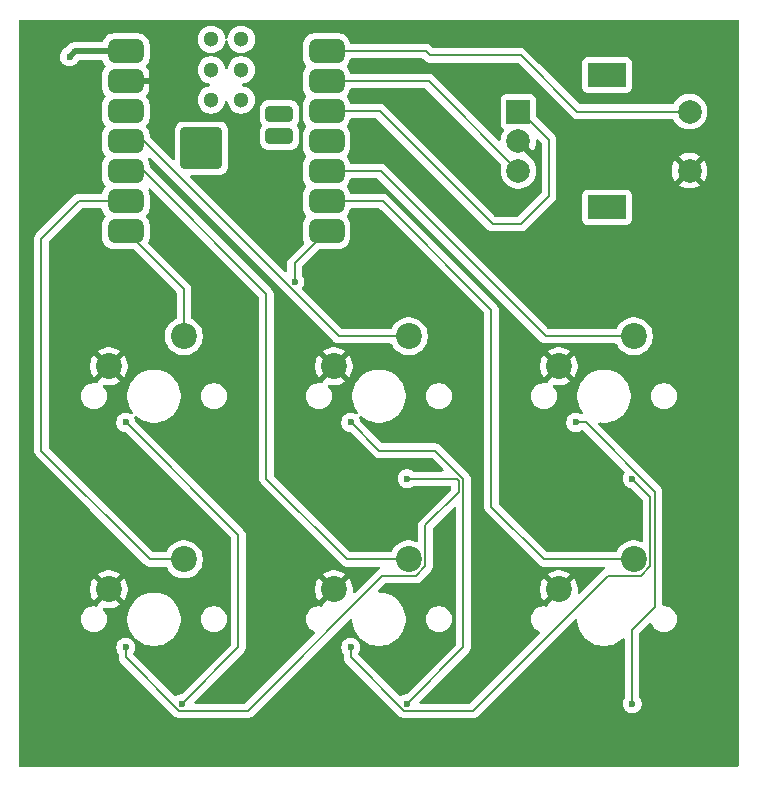
<source format=gbr>
%TF.GenerationSoftware,KiCad,Pcbnew,9.0.6*%
%TF.CreationDate,2025-12-24T13:36:19+01:00*%
%TF.ProjectId,Macropad,4d616372-6f70-4616-942e-6b696361645f,rev?*%
%TF.SameCoordinates,Original*%
%TF.FileFunction,Copper,L2,Bot*%
%TF.FilePolarity,Positive*%
%FSLAX46Y46*%
G04 Gerber Fmt 4.6, Leading zero omitted, Abs format (unit mm)*
G04 Created by KiCad (PCBNEW 9.0.6) date 2025-12-24 13:36:19*
%MOMM*%
%LPD*%
G01*
G04 APERTURE LIST*
G04 Aperture macros list*
%AMRoundRect*
0 Rectangle with rounded corners*
0 $1 Rounding radius*
0 $2 $3 $4 $5 $6 $7 $8 $9 X,Y pos of 4 corners*
0 Add a 4 corners polygon primitive as box body*
4,1,4,$2,$3,$4,$5,$6,$7,$8,$9,$2,$3,0*
0 Add four circle primitives for the rounded corners*
1,1,$1+$1,$2,$3*
1,1,$1+$1,$4,$5*
1,1,$1+$1,$6,$7*
1,1,$1+$1,$8,$9*
0 Add four rect primitives between the rounded corners*
20,1,$1+$1,$2,$3,$4,$5,0*
20,1,$1+$1,$4,$5,$6,$7,0*
20,1,$1+$1,$6,$7,$8,$9,0*
20,1,$1+$1,$8,$9,$2,$3,0*%
G04 Aperture macros list end*
%TA.AperFunction,ComponentPad*%
%ADD10C,2.200000*%
%TD*%
%TA.AperFunction,ComponentPad*%
%ADD11R,2.000000X2.000000*%
%TD*%
%TA.AperFunction,ComponentPad*%
%ADD12C,2.000000*%
%TD*%
%TA.AperFunction,ComponentPad*%
%ADD13R,3.200000X2.000000*%
%TD*%
%TA.AperFunction,SMDPad,CuDef*%
%ADD14RoundRect,0.500000X1.000000X0.500000X-1.000000X0.500000X-1.000000X-0.500000X1.000000X-0.500000X0*%
%TD*%
%TA.AperFunction,HeatsinkPad*%
%ADD15RoundRect,0.250000X1.500000X1.500000X-1.500000X1.500000X-1.500000X-1.500000X1.500000X-1.500000X0*%
%TD*%
%TA.AperFunction,SMDPad,CuDef*%
%ADD16RoundRect,0.250000X0.900000X0.400000X-0.900000X0.400000X-0.900000X-0.400000X0.900000X-0.400000X0*%
%TD*%
%TA.AperFunction,SMDPad,CuDef*%
%ADD17C,1.300000*%
%TD*%
%TA.AperFunction,ViaPad*%
%ADD18C,0.600000*%
%TD*%
%TA.AperFunction,Conductor*%
%ADD19C,0.500000*%
%TD*%
%TA.AperFunction,Conductor*%
%ADD20C,0.200000*%
%TD*%
G04 APERTURE END LIST*
D10*
%TO.P,SW3,1,1*%
%TO.N,Net-(U1-GPIO3{slash}MOSI)*%
X178752500Y-83185000D03*
%TO.P,SW3,2,2*%
%TO.N,GND*%
X172402500Y-85725000D03*
%TD*%
D11*
%TO.P,SW7,A,A*%
%TO.N,Net-(U1-GPIO28{slash}ADC2{slash}A2)*%
X188012500Y-64175000D03*
D12*
%TO.P,SW7,B,B*%
%TO.N,Net-(U1-GPIO27{slash}ADC1{slash}A1)*%
X188012500Y-69175000D03*
%TO.P,SW7,C,C*%
%TO.N,GND*%
X188012500Y-66675000D03*
D13*
%TO.P,SW7,MP*%
%TO.N,N/C*%
X195512500Y-61075000D03*
X195512500Y-72275000D03*
D12*
%TO.P,SW7,S1,S1*%
%TO.N,GND*%
X202512500Y-69175000D03*
%TO.P,SW7,S2,S2*%
%TO.N,Net-(U1-GPIO26{slash}ADC0{slash}A0)*%
X202512500Y-64175000D03*
%TD*%
D10*
%TO.P,SW2,1,1*%
%TO.N,Net-(U1-GPIO2{slash}SCK)*%
X159702500Y-102076250D03*
%TO.P,SW2,2,2*%
%TO.N,GND*%
X153352500Y-104616250D03*
%TD*%
%TO.P,SW4,1,1*%
%TO.N,Net-(U1-GPIO4{slash}MISO)*%
X178752500Y-102076250D03*
%TO.P,SW4,2,2*%
%TO.N,GND*%
X172402500Y-104616250D03*
%TD*%
%TO.P,SW6,1,1*%
%TO.N,Net-(U1-GPIO7{slash}SCL)*%
X197802500Y-102076250D03*
%TO.P,SW6,2,2*%
%TO.N,GND*%
X191452500Y-104616250D03*
%TD*%
%TO.P,SW5,1,1*%
%TO.N,Net-(U1-GPIO6{slash}SDA)*%
X197802500Y-83185000D03*
%TO.P,SW5,2,2*%
%TO.N,GND*%
X191452500Y-85725000D03*
%TD*%
%TO.P,SW1,1,1*%
%TO.N,Net-(U1-GPIO1{slash}RX)*%
X159702500Y-83185000D03*
%TO.P,SW1,2,2*%
%TO.N,GND*%
X153352500Y-85725000D03*
%TD*%
D14*
%TO.P,U1,1,GPIO26/ADC0/A0*%
%TO.N,Net-(U1-GPIO26{slash}ADC0{slash}A0)*%
X171781250Y-59055000D03*
%TO.P,U1,2,GPIO27/ADC1/A1*%
%TO.N,Net-(U1-GPIO27{slash}ADC1{slash}A1)*%
X171781250Y-61595000D03*
%TO.P,U1,3,GPIO28/ADC2/A2*%
%TO.N,Net-(U1-GPIO28{slash}ADC2{slash}A2)*%
X171781250Y-64135000D03*
%TO.P,U1,4,GPIO29/ADC3/A3*%
%TO.N,unconnected-(U1-GPIO29{slash}ADC3{slash}A3-Pad4)*%
X171781250Y-66675000D03*
%TO.P,U1,5,GPIO6/SDA*%
%TO.N,Net-(U1-GPIO6{slash}SDA)*%
X171781250Y-69215000D03*
%TO.P,U1,6,GPIO7/SCL*%
%TO.N,Net-(U1-GPIO7{slash}SCL)*%
X171781250Y-71755000D03*
%TO.P,U1,7,GPIO0/TX*%
%TO.N,Net-(D1-DIN)*%
X171781250Y-74295000D03*
%TO.P,U1,8,GPIO1/RX*%
%TO.N,Net-(U1-GPIO1{slash}RX)*%
X154781250Y-74295000D03*
%TO.P,U1,9,GPIO2/SCK*%
%TO.N,Net-(U1-GPIO2{slash}SCK)*%
X154781250Y-71755000D03*
%TO.P,U1,10,GPIO4/MISO*%
%TO.N,Net-(U1-GPIO4{slash}MISO)*%
X154781250Y-69215000D03*
%TO.P,U1,11,GPIO3/MOSI*%
%TO.N,Net-(U1-GPIO3{slash}MOSI)*%
X154781250Y-66675000D03*
%TO.P,U1,12,3V3*%
%TO.N,unconnected-(U1-3V3-Pad12)*%
X154781250Y-64135000D03*
%TO.P,U1,13,GND*%
%TO.N,GND*%
X154781250Y-61595000D03*
%TO.P,U1,14,VBUS*%
%TO.N,+5V*%
X154781250Y-59055000D03*
D15*
%TO.P,U1,15*%
%TO.N,N/C*%
X161181250Y-67275000D03*
D16*
%TO.P,U1,16*%
X167781250Y-66275000D03*
%TO.P,U1,17*%
X167781250Y-64375000D03*
D17*
%TO.P,U1,18*%
X164551250Y-58055000D03*
%TO.P,U1,19*%
X164551250Y-60635000D03*
%TO.P,U1,20*%
X164551250Y-63175000D03*
%TO.P,U1,21*%
X162011250Y-63175000D03*
%TO.P,U1,22*%
X162011250Y-60635000D03*
%TO.P,U1,23*%
X162011250Y-58055000D03*
%TD*%
D18*
%TO.N,+5V*%
X150018750Y-59531250D03*
%TO.N,Net-(D1-DIN)*%
X169068750Y-78581250D03*
%TO.N,Net-(D1-DOUT)*%
X159543750Y-114300000D03*
X154781250Y-90487500D03*
%TO.N,Net-(D2-DOUT)*%
X178593750Y-95250000D03*
X154781250Y-109537500D03*
%TO.N,Net-(D3-DOUT)*%
X178593750Y-114300000D03*
X173831250Y-90487500D03*
%TO.N,Net-(D4-DOUT)*%
X173831250Y-109537500D03*
X197643750Y-95250000D03*
%TO.N,Net-(D5-DOUT)*%
X192881250Y-90487500D03*
X197643750Y-114300000D03*
%TD*%
D19*
%TO.N,+5V*%
X150495000Y-59055000D02*
X150018750Y-59531250D01*
X154305000Y-59531250D02*
X154781250Y-59055000D01*
X154781250Y-59055000D02*
X150495000Y-59055000D01*
D20*
%TO.N,Net-(D1-DIN)*%
X169068750Y-78581250D02*
X169068750Y-77007500D01*
X169068750Y-77007500D02*
X171781250Y-74295000D01*
%TO.N,Net-(D1-DOUT)*%
X164306250Y-109537500D02*
X159543750Y-114300000D01*
X154781250Y-90487500D02*
X164306250Y-100012500D01*
X164306250Y-100012500D02*
X164306250Y-109537500D01*
D19*
%TO.N,GND*%
X154781250Y-61595000D02*
X159226250Y-61595000D01*
D20*
%TO.N,Net-(D2-DOUT)*%
X180153500Y-99191000D02*
X182955250Y-96389250D01*
X182955250Y-95416100D02*
X182789150Y-95250000D01*
X179332814Y-103477250D02*
X180153500Y-102656564D01*
X165086220Y-114901000D02*
X176509970Y-103477250D01*
X154781250Y-110387443D02*
X159294807Y-114901000D01*
X182955250Y-96389250D02*
X182955250Y-95416100D01*
X180153500Y-102656564D02*
X180153500Y-99191000D01*
X182789150Y-95250000D02*
X178593750Y-95250000D01*
X176509970Y-103477250D02*
X179332814Y-103477250D01*
X159294807Y-114901000D02*
X165086220Y-114901000D01*
X154781250Y-109537500D02*
X154781250Y-110387443D01*
%TO.N,Net-(D3-DOUT)*%
X180975000Y-92868750D02*
X176212500Y-92868750D01*
X176212500Y-92868750D02*
X173831250Y-90487500D01*
X183356250Y-109537500D02*
X183356250Y-95250000D01*
X183356250Y-95250000D02*
X180975000Y-92868750D01*
X178593750Y-114300000D02*
X183356250Y-109537500D01*
%TO.N,Net-(D4-DOUT)*%
X195580814Y-103477250D02*
X184157064Y-114901000D01*
X178344807Y-114901000D02*
X173831250Y-110387443D01*
X197643750Y-95250000D02*
X199203500Y-96809750D01*
X198382814Y-103477250D02*
X195580814Y-103477250D01*
X199203500Y-96809750D02*
X199203500Y-102656564D01*
X173831250Y-110387443D02*
X173831250Y-109537500D01*
X184157064Y-114901000D02*
X178344807Y-114901000D01*
X199203500Y-102656564D02*
X198382814Y-103477250D01*
%TO.N,Net-(D5-DOUT)*%
X197643750Y-108099816D02*
X197643750Y-114300000D01*
X199604500Y-96360807D02*
X199604500Y-106139066D01*
X193731193Y-90487500D02*
X199604500Y-96360807D01*
X192881250Y-90487500D02*
X193731193Y-90487500D01*
X199604500Y-106139066D02*
X197643750Y-108099816D01*
%TO.N,Net-(U1-GPIO1{slash}RX)*%
X159702500Y-83185000D02*
X159702500Y-79216250D01*
X159702500Y-79216250D02*
X154781250Y-74295000D01*
%TO.N,Net-(U1-GPIO2{slash}SCK)*%
X159702500Y-102076250D02*
X156845000Y-102076250D01*
X150805000Y-71755000D02*
X154781250Y-71755000D01*
X147637500Y-74922500D02*
X150805000Y-71755000D01*
X156845000Y-102076250D02*
X147637500Y-92868750D01*
X147637500Y-74922500D02*
X147637500Y-92868750D01*
%TO.N,Net-(U1-GPIO3{slash}MOSI)*%
X156312557Y-66675000D02*
X154781250Y-66675000D01*
X178752500Y-83185000D02*
X172822557Y-83185000D01*
X172822557Y-83185000D02*
X156312557Y-66675000D01*
%TO.N,Net-(U1-GPIO4{slash}MISO)*%
X173513750Y-102076250D02*
X166687500Y-95250000D01*
X166687500Y-79621250D02*
X166687500Y-95250000D01*
X154781250Y-69215000D02*
X156281250Y-69215000D01*
X178752500Y-102076250D02*
X173513750Y-102076250D01*
X156281250Y-69215000D02*
X166687500Y-79621250D01*
%TO.N,Net-(U1-GPIO6{slash}SDA)*%
X190341250Y-83185000D02*
X176371250Y-69215000D01*
X197802500Y-83185000D02*
X190341250Y-83185000D01*
X176371250Y-69215000D02*
X171781250Y-69215000D01*
%TO.N,Net-(U1-GPIO7{slash}SCL)*%
X197802500Y-102076250D02*
X190182500Y-102076250D01*
X185737500Y-97631250D02*
X185737500Y-80962500D01*
X190182500Y-102076250D02*
X185737500Y-97631250D01*
X185737500Y-80962500D02*
X176530000Y-71755000D01*
X176530000Y-71755000D02*
X171781250Y-71755000D01*
%TO.N,Net-(U1-GPIO27{slash}ADC1{slash}A1)*%
X188012500Y-69175000D02*
X180432500Y-61595000D01*
X180432500Y-61595000D02*
X171781250Y-61595000D01*
%TO.N,Net-(U1-GPIO26{slash}ADC0{slash}A0)*%
X180173750Y-59055000D02*
X171781250Y-59055000D01*
X188225000Y-59412500D02*
X180531250Y-59412500D01*
X180531250Y-59412500D02*
X180173750Y-59055000D01*
X202512500Y-64175000D02*
X192987500Y-64175000D01*
X192987500Y-64175000D02*
X188225000Y-59412500D01*
%TO.N,Net-(U1-GPIO28{slash}ADC2{slash}A2)*%
X190606250Y-71318750D02*
X188225000Y-73700000D01*
X176278750Y-64135000D02*
X171781250Y-64135000D01*
X188225000Y-73700000D02*
X185843750Y-73700000D01*
X185843750Y-73700000D02*
X176278750Y-64135000D01*
X190606250Y-66556250D02*
X190606250Y-71318750D01*
X188012500Y-64175000D02*
X188225000Y-64175000D01*
X188225000Y-64175000D02*
X190606250Y-66556250D01*
%TD*%
%TA.AperFunction,Conductor*%
%TO.N,GND*%
G36*
X156874068Y-68097060D02*
G01*
X172448923Y-83671916D01*
X172448927Y-83671919D01*
X172448930Y-83671922D01*
X172587684Y-83752032D01*
X172665065Y-83772766D01*
X172742446Y-83793500D01*
X172742447Y-83793500D01*
X172902667Y-83793500D01*
X177180071Y-83793500D01*
X177248192Y-83813502D01*
X177292337Y-83862296D01*
X177376787Y-84028038D01*
X177525605Y-84232868D01*
X177525607Y-84232870D01*
X177525609Y-84232873D01*
X177704626Y-84411890D01*
X177704629Y-84411892D01*
X177704632Y-84411895D01*
X177909462Y-84560713D01*
X178135050Y-84675656D01*
X178375842Y-84753894D01*
X178625908Y-84793500D01*
X178625911Y-84793500D01*
X178879089Y-84793500D01*
X178879092Y-84793500D01*
X179129158Y-84753894D01*
X179369950Y-84675656D01*
X179595538Y-84560713D01*
X179800368Y-84411895D01*
X179979395Y-84232868D01*
X180128213Y-84028038D01*
X180243156Y-83802450D01*
X180321394Y-83561658D01*
X180361000Y-83311592D01*
X180361000Y-83058408D01*
X180321394Y-82808342D01*
X180243156Y-82567550D01*
X180128213Y-82341962D01*
X179979395Y-82137132D01*
X179979392Y-82137129D01*
X179979390Y-82137126D01*
X179800373Y-81958109D01*
X179800370Y-81958107D01*
X179800368Y-81958105D01*
X179595538Y-81809287D01*
X179369950Y-81694344D01*
X179369947Y-81694343D01*
X179369945Y-81694342D01*
X179129163Y-81616107D01*
X179129159Y-81616106D01*
X179129158Y-81616106D01*
X178879092Y-81576500D01*
X178625908Y-81576500D01*
X178398168Y-81612570D01*
X178375836Y-81616107D01*
X178135054Y-81694342D01*
X178135048Y-81694345D01*
X177909458Y-81809289D01*
X177704629Y-81958107D01*
X177704626Y-81958109D01*
X177525609Y-82137126D01*
X177525607Y-82137129D01*
X177376789Y-82341958D01*
X177292338Y-82507703D01*
X177243590Y-82559318D01*
X177180071Y-82576500D01*
X173126796Y-82576500D01*
X173058675Y-82556498D01*
X173037701Y-82539595D01*
X169729012Y-79230906D01*
X169694986Y-79168594D01*
X169700051Y-79097779D01*
X169713336Y-79071819D01*
X169785233Y-78964218D01*
X169846180Y-78817081D01*
X169877250Y-78660880D01*
X169877250Y-78501620D01*
X169846180Y-78345419D01*
X169785233Y-78198282D01*
X169698483Y-78068451D01*
X169677270Y-78000699D01*
X169677250Y-77998451D01*
X169677250Y-77311738D01*
X169697252Y-77243617D01*
X169714150Y-77222648D01*
X171096394Y-75840403D01*
X171158706Y-75806378D01*
X171185489Y-75803499D01*
X172830785Y-75803499D01*
X172830796Y-75803499D01*
X172890918Y-75797577D01*
X172978944Y-75788909D01*
X172978945Y-75788908D01*
X172978951Y-75788908D01*
X173169054Y-75731241D01*
X173344254Y-75637595D01*
X173497818Y-75511568D01*
X173623845Y-75358004D01*
X173717491Y-75182804D01*
X173775158Y-74992701D01*
X173789750Y-74844547D01*
X173789749Y-73745454D01*
X173775158Y-73597299D01*
X173717491Y-73407196D01*
X173623845Y-73231996D01*
X173519566Y-73104932D01*
X173491813Y-73039587D01*
X173503795Y-72969609D01*
X173519564Y-72945069D01*
X173623845Y-72818004D01*
X173717491Y-72642804D01*
X173775090Y-72452922D01*
X173814006Y-72393543D01*
X173878847Y-72364627D01*
X173895665Y-72363500D01*
X176225761Y-72363500D01*
X176293882Y-72383502D01*
X176314856Y-72400405D01*
X185092095Y-81177644D01*
X185126121Y-81239956D01*
X185129000Y-81266739D01*
X185129000Y-97551140D01*
X185129000Y-97711360D01*
X185170468Y-97866123D01*
X185170469Y-97866125D01*
X185170470Y-97866127D01*
X185250575Y-98004873D01*
X185250583Y-98004883D01*
X189808865Y-102563165D01*
X189808870Y-102563169D01*
X189808872Y-102563171D01*
X189808873Y-102563172D01*
X189808875Y-102563173D01*
X189906407Y-102619483D01*
X189947627Y-102643282D01*
X190025008Y-102664016D01*
X190102389Y-102684750D01*
X190102390Y-102684750D01*
X190262610Y-102684750D01*
X195266225Y-102684750D01*
X195334346Y-102704752D01*
X195380839Y-102758408D01*
X195390943Y-102828682D01*
X195361449Y-102893262D01*
X195329225Y-102919869D01*
X195207189Y-102990326D01*
X195207179Y-102990334D01*
X193250895Y-104946618D01*
X193188583Y-104980644D01*
X193117767Y-104975579D01*
X193060932Y-104933032D01*
X193036121Y-104866512D01*
X193037351Y-104837811D01*
X193052500Y-104742168D01*
X193052500Y-104490330D01*
X193013101Y-104241576D01*
X192935280Y-104002067D01*
X192935277Y-104002061D01*
X192820940Y-103777663D01*
X192749132Y-103678827D01*
X192749131Y-103678827D01*
X192131734Y-104296224D01*
X192117141Y-104260992D01*
X192035063Y-104138153D01*
X191930597Y-104033687D01*
X191807758Y-103951609D01*
X191772525Y-103937014D01*
X192389921Y-103319618D01*
X192389921Y-103319616D01*
X192291086Y-103247809D01*
X192066688Y-103133472D01*
X192066682Y-103133469D01*
X191827171Y-103055648D01*
X191827175Y-103055648D01*
X191578420Y-103016250D01*
X191326580Y-103016250D01*
X191077826Y-103055648D01*
X190838317Y-103133469D01*
X190838311Y-103133472D01*
X190613918Y-103247806D01*
X190613911Y-103247811D01*
X190515077Y-103319615D01*
X190515077Y-103319618D01*
X191132474Y-103937015D01*
X191097242Y-103951609D01*
X190974403Y-104033687D01*
X190869937Y-104138153D01*
X190787859Y-104260992D01*
X190773265Y-104296224D01*
X190155868Y-103678827D01*
X190155865Y-103678827D01*
X190084061Y-103777661D01*
X190084056Y-103777668D01*
X189969722Y-104002061D01*
X189969719Y-104002067D01*
X189891898Y-104241576D01*
X189852500Y-104490330D01*
X189852500Y-104742169D01*
X189891898Y-104990923D01*
X189969719Y-105230432D01*
X189969722Y-105230438D01*
X190084059Y-105454836D01*
X190155866Y-105553671D01*
X190155868Y-105553671D01*
X190773264Y-104936274D01*
X190787859Y-104971508D01*
X190869937Y-105094347D01*
X190974403Y-105198813D01*
X191097242Y-105280891D01*
X191132474Y-105295484D01*
X190515076Y-105912882D01*
X190517027Y-105937665D01*
X190502430Y-106007145D01*
X190452587Y-106057704D01*
X190383323Y-106073290D01*
X190371705Y-106071999D01*
X190311994Y-106062542D01*
X190269111Y-106055750D01*
X190095889Y-106055750D01*
X189924799Y-106082848D01*
X189924796Y-106082848D01*
X189924795Y-106082849D01*
X189874996Y-106099030D01*
X189760055Y-106136377D01*
X189760053Y-106136377D01*
X189760047Y-106136380D01*
X189605711Y-106215018D01*
X189465569Y-106316837D01*
X189343087Y-106439319D01*
X189241268Y-106579461D01*
X189162630Y-106733797D01*
X189162627Y-106733803D01*
X189162627Y-106733805D01*
X189109098Y-106898549D01*
X189082000Y-107069639D01*
X189082000Y-107242861D01*
X189109098Y-107413951D01*
X189162627Y-107578695D01*
X189162628Y-107578698D01*
X189162630Y-107578702D01*
X189241268Y-107733038D01*
X189343087Y-107873180D01*
X189465569Y-107995662D01*
X189465572Y-107995664D01*
X189605712Y-108097482D01*
X189760055Y-108176123D01*
X189761752Y-108176674D01*
X189762311Y-108177056D01*
X189764627Y-108178016D01*
X189764425Y-108178502D01*
X189820357Y-108216746D01*
X189847994Y-108282142D01*
X189835889Y-108352099D01*
X189811911Y-108385602D01*
X183941920Y-114255595D01*
X183879608Y-114289621D01*
X183852825Y-114292500D01*
X179765989Y-114292500D01*
X179697868Y-114272498D01*
X179651375Y-114218842D01*
X179641271Y-114148568D01*
X179670765Y-114083988D01*
X179676894Y-114077405D01*
X183843165Y-109911134D01*
X183843171Y-109911128D01*
X183923282Y-109772373D01*
X183964750Y-109617610D01*
X183964750Y-109457390D01*
X183964750Y-109457389D01*
X183964750Y-95169889D01*
X183923282Y-95015128D01*
X183923282Y-95015127D01*
X183873659Y-94929179D01*
X183843171Y-94876372D01*
X183843168Y-94876369D01*
X183843165Y-94876365D01*
X183725489Y-94758689D01*
X183725466Y-94758668D01*
X181348633Y-92381833D01*
X181348623Y-92381825D01*
X181209877Y-92301720D01*
X181209874Y-92301719D01*
X181209873Y-92301718D01*
X181209871Y-92301717D01*
X181209870Y-92301717D01*
X181132491Y-92280984D01*
X181055111Y-92260250D01*
X181055109Y-92260250D01*
X176516738Y-92260250D01*
X176448617Y-92240248D01*
X176427643Y-92223345D01*
X174673626Y-90469327D01*
X174639600Y-90407015D01*
X174639142Y-90404814D01*
X174615855Y-90287743D01*
X174608680Y-90251669D01*
X174557509Y-90128135D01*
X174549921Y-90057547D01*
X174581700Y-89994060D01*
X174642758Y-89957832D01*
X174713709Y-89960366D01*
X174750623Y-89979956D01*
X174959502Y-90140235D01*
X174959509Y-90140240D01*
X175214980Y-90287736D01*
X175214984Y-90287737D01*
X175214993Y-90287743D01*
X175487548Y-90400639D01*
X175772507Y-90476993D01*
X175772513Y-90476993D01*
X175772514Y-90476994D01*
X175806074Y-90481412D01*
X176064994Y-90515500D01*
X176065001Y-90515500D01*
X176359999Y-90515500D01*
X176360006Y-90515500D01*
X176652493Y-90476993D01*
X176937452Y-90400639D01*
X177210007Y-90287743D01*
X177465494Y-90140238D01*
X177699542Y-89960646D01*
X177908146Y-89752042D01*
X178087738Y-89517994D01*
X178235243Y-89262507D01*
X178348139Y-88989952D01*
X178424493Y-88704993D01*
X178463000Y-88412506D01*
X178463000Y-88178389D01*
X180192000Y-88178389D01*
X180192000Y-88351611D01*
X180219098Y-88522701D01*
X180272627Y-88687445D01*
X180272628Y-88687448D01*
X180272630Y-88687452D01*
X180351268Y-88841788D01*
X180453087Y-88981930D01*
X180575569Y-89104412D01*
X180575572Y-89104414D01*
X180715712Y-89206232D01*
X180870055Y-89284873D01*
X181034799Y-89338402D01*
X181205889Y-89365500D01*
X181205892Y-89365500D01*
X181379108Y-89365500D01*
X181379111Y-89365500D01*
X181550201Y-89338402D01*
X181714945Y-89284873D01*
X181869288Y-89206232D01*
X182009428Y-89104414D01*
X182131914Y-88981928D01*
X182233732Y-88841788D01*
X182312373Y-88687445D01*
X182365902Y-88522701D01*
X182393000Y-88351611D01*
X182393000Y-88178389D01*
X182365902Y-88007299D01*
X182312373Y-87842555D01*
X182303435Y-87825014D01*
X182233731Y-87688211D01*
X182131912Y-87548069D01*
X182009430Y-87425587D01*
X181869288Y-87323768D01*
X181714952Y-87245130D01*
X181714948Y-87245128D01*
X181714945Y-87245127D01*
X181550201Y-87191598D01*
X181379111Y-87164500D01*
X181205889Y-87164500D01*
X181034799Y-87191598D01*
X181034796Y-87191598D01*
X181034795Y-87191599D01*
X180984996Y-87207780D01*
X180870055Y-87245127D01*
X180870053Y-87245127D01*
X180870047Y-87245130D01*
X180715711Y-87323768D01*
X180575569Y-87425587D01*
X180453087Y-87548069D01*
X180351268Y-87688211D01*
X180272630Y-87842547D01*
X180272627Y-87842553D01*
X180272627Y-87842555D01*
X180219098Y-88007299D01*
X180192000Y-88178389D01*
X178463000Y-88178389D01*
X178463000Y-88117494D01*
X178424493Y-87825007D01*
X178348139Y-87540048D01*
X178235243Y-87267493D01*
X178235237Y-87267484D01*
X178235236Y-87267480D01*
X178087740Y-87012009D01*
X178087735Y-87012002D01*
X177908153Y-86777966D01*
X177908134Y-86777945D01*
X177699554Y-86569365D01*
X177699533Y-86569346D01*
X177465497Y-86389764D01*
X177465490Y-86389759D01*
X177210019Y-86242263D01*
X177210011Y-86242259D01*
X177210007Y-86242257D01*
X176937452Y-86129361D01*
X176652493Y-86053007D01*
X176652491Y-86053006D01*
X176652485Y-86053005D01*
X176360008Y-86014500D01*
X176360006Y-86014500D01*
X176064994Y-86014500D01*
X176064991Y-86014500D01*
X175772514Y-86053005D01*
X175487548Y-86129361D01*
X175214991Y-86242258D01*
X175214980Y-86242263D01*
X174959509Y-86389759D01*
X174959502Y-86389764D01*
X174725466Y-86569346D01*
X174725445Y-86569365D01*
X174516865Y-86777945D01*
X174516846Y-86777966D01*
X174337264Y-87012002D01*
X174337259Y-87012009D01*
X174189763Y-87267480D01*
X174189758Y-87267491D01*
X174189757Y-87267493D01*
X174166447Y-87323768D01*
X174076861Y-87540048D01*
X174000505Y-87825014D01*
X173962000Y-88117491D01*
X173962000Y-88412508D01*
X174000505Y-88704985D01*
X174000506Y-88704991D01*
X174000507Y-88704993D01*
X174076861Y-88989952D01*
X174189757Y-89262507D01*
X174189758Y-89262508D01*
X174189763Y-89262519D01*
X174337259Y-89517990D01*
X174337263Y-89517996D01*
X174400569Y-89600497D01*
X174426170Y-89666717D01*
X174411906Y-89736266D01*
X174362304Y-89787062D01*
X174293115Y-89802978D01*
X174230607Y-89781967D01*
X174214221Y-89771018D01*
X174214218Y-89771017D01*
X174067081Y-89710070D01*
X173988980Y-89694535D01*
X173910882Y-89679000D01*
X173910880Y-89679000D01*
X173751620Y-89679000D01*
X173751617Y-89679000D01*
X173634469Y-89702302D01*
X173595419Y-89710070D01*
X173595417Y-89710071D01*
X173448282Y-89771017D01*
X173315859Y-89859498D01*
X173315853Y-89859503D01*
X173203253Y-89972103D01*
X173203248Y-89972109D01*
X173114767Y-90104532D01*
X173053821Y-90251667D01*
X173053820Y-90251670D01*
X173022750Y-90407867D01*
X173022750Y-90567132D01*
X173037357Y-90640567D01*
X173053820Y-90723331D01*
X173114767Y-90870468D01*
X173203247Y-91002889D01*
X173203248Y-91002890D01*
X173203253Y-91002896D01*
X173315853Y-91115496D01*
X173315859Y-91115501D01*
X173315861Y-91115503D01*
X173448282Y-91203983D01*
X173595419Y-91264930D01*
X173748564Y-91295392D01*
X173811473Y-91328300D01*
X173813077Y-91329876D01*
X175721168Y-93237966D01*
X175721189Y-93237989D01*
X175838865Y-93355665D01*
X175838869Y-93355668D01*
X175838872Y-93355671D01*
X175908250Y-93395726D01*
X175977627Y-93435782D01*
X176055008Y-93456516D01*
X176132389Y-93477250D01*
X176132390Y-93477250D01*
X176292610Y-93477250D01*
X180670761Y-93477250D01*
X180738882Y-93497252D01*
X180759851Y-93514149D01*
X181672108Y-94426406D01*
X181706132Y-94488717D01*
X181701068Y-94559532D01*
X181658521Y-94616368D01*
X181592001Y-94641179D01*
X181583012Y-94641500D01*
X179176548Y-94641500D01*
X179108427Y-94621498D01*
X179106590Y-94620294D01*
X178976718Y-94533517D01*
X178829581Y-94472570D01*
X178751480Y-94457035D01*
X178673382Y-94441500D01*
X178673380Y-94441500D01*
X178514120Y-94441500D01*
X178514117Y-94441500D01*
X178396969Y-94464802D01*
X178357919Y-94472570D01*
X178210782Y-94533517D01*
X178078359Y-94621998D01*
X178078353Y-94622003D01*
X177965753Y-94734603D01*
X177965748Y-94734609D01*
X177946727Y-94763077D01*
X177877267Y-94867032D01*
X177816320Y-95014169D01*
X177816129Y-95015128D01*
X177785250Y-95170367D01*
X177785250Y-95329632D01*
X177800737Y-95407491D01*
X177816320Y-95485831D01*
X177877267Y-95632968D01*
X177965747Y-95765389D01*
X177965748Y-95765390D01*
X177965753Y-95765396D01*
X178078353Y-95877996D01*
X178078359Y-95878001D01*
X178078361Y-95878003D01*
X178210782Y-95966483D01*
X178357919Y-96027430D01*
X178514120Y-96058500D01*
X178514121Y-96058500D01*
X178673379Y-96058500D01*
X178673380Y-96058500D01*
X178829581Y-96027430D01*
X178976718Y-95966483D01*
X179106547Y-95879734D01*
X179174299Y-95858520D01*
X179176548Y-95858500D01*
X182220750Y-95858500D01*
X182229575Y-95861091D01*
X182238682Y-95859782D01*
X182263107Y-95870937D01*
X182288871Y-95878502D01*
X182294895Y-95885455D01*
X182303262Y-95889276D01*
X182317776Y-95911861D01*
X182335364Y-95932158D01*
X182337688Y-95942844D01*
X182341646Y-95949002D01*
X182346750Y-95984500D01*
X182346750Y-96085010D01*
X182326748Y-96153131D01*
X182309845Y-96174105D01*
X179666583Y-98817366D01*
X179666575Y-98817376D01*
X179586467Y-98956127D01*
X179586468Y-98956128D01*
X179545000Y-99110890D01*
X179545000Y-100469530D01*
X179524998Y-100537651D01*
X179471342Y-100584144D01*
X179401068Y-100594248D01*
X179374694Y-100587013D01*
X179374658Y-100587124D01*
X179372270Y-100586348D01*
X179370786Y-100585941D01*
X179369955Y-100585596D01*
X179369950Y-100585594D01*
X179369944Y-100585592D01*
X179129163Y-100507357D01*
X179129159Y-100507356D01*
X179129158Y-100507356D01*
X178879092Y-100467750D01*
X178625908Y-100467750D01*
X178375842Y-100507356D01*
X178375836Y-100507357D01*
X178135054Y-100585592D01*
X178135048Y-100585595D01*
X177909458Y-100700539D01*
X177704629Y-100849357D01*
X177704626Y-100849359D01*
X177525609Y-101028376D01*
X177525607Y-101028379D01*
X177376789Y-101233208D01*
X177292338Y-101398953D01*
X177243590Y-101450568D01*
X177180071Y-101467750D01*
X173817989Y-101467750D01*
X173749868Y-101447748D01*
X173728894Y-101430845D01*
X167332905Y-95034856D01*
X167298879Y-94972544D01*
X167296000Y-94945761D01*
X167296000Y-88178389D01*
X170032000Y-88178389D01*
X170032000Y-88351611D01*
X170059098Y-88522701D01*
X170112627Y-88687445D01*
X170112628Y-88687448D01*
X170112630Y-88687452D01*
X170191268Y-88841788D01*
X170293087Y-88981930D01*
X170415569Y-89104412D01*
X170415572Y-89104414D01*
X170555712Y-89206232D01*
X170710055Y-89284873D01*
X170874799Y-89338402D01*
X171045889Y-89365500D01*
X171045892Y-89365500D01*
X171219108Y-89365500D01*
X171219111Y-89365500D01*
X171390201Y-89338402D01*
X171554945Y-89284873D01*
X171709288Y-89206232D01*
X171849428Y-89104414D01*
X171971914Y-88981928D01*
X172073732Y-88841788D01*
X172152373Y-88687445D01*
X172205902Y-88522701D01*
X172233000Y-88351611D01*
X172233000Y-88178389D01*
X172205902Y-88007299D01*
X172152373Y-87842555D01*
X172143435Y-87825014D01*
X172073731Y-87688211D01*
X171971912Y-87548069D01*
X171923735Y-87499892D01*
X171889709Y-87437580D01*
X171894774Y-87366765D01*
X171937321Y-87309929D01*
X172003841Y-87285118D01*
X172032541Y-87286348D01*
X172276580Y-87325000D01*
X172528420Y-87325000D01*
X172777173Y-87285601D01*
X173016682Y-87207780D01*
X173016688Y-87207777D01*
X173241085Y-87093441D01*
X173339921Y-87021632D01*
X173339921Y-87021630D01*
X172722525Y-86404234D01*
X172757758Y-86389641D01*
X172880597Y-86307563D01*
X172985063Y-86203097D01*
X173067141Y-86080258D01*
X173081734Y-86045025D01*
X173699130Y-86662421D01*
X173699132Y-86662421D01*
X173770941Y-86563585D01*
X173885277Y-86339188D01*
X173885280Y-86339182D01*
X173963101Y-86099673D01*
X174002500Y-85850919D01*
X174002500Y-85599080D01*
X173963101Y-85350326D01*
X173885280Y-85110817D01*
X173885277Y-85110811D01*
X173770940Y-84886413D01*
X173699132Y-84787577D01*
X173699130Y-84787577D01*
X173081734Y-85404973D01*
X173067141Y-85369742D01*
X172985063Y-85246903D01*
X172880597Y-85142437D01*
X172757758Y-85060359D01*
X172722525Y-85045764D01*
X173339921Y-84428368D01*
X173339921Y-84428366D01*
X173241086Y-84356559D01*
X173016688Y-84242222D01*
X173016682Y-84242219D01*
X172777171Y-84164398D01*
X172777175Y-84164398D01*
X172528420Y-84125000D01*
X172276580Y-84125000D01*
X172027826Y-84164398D01*
X171788317Y-84242219D01*
X171788311Y-84242222D01*
X171563918Y-84356556D01*
X171563911Y-84356561D01*
X171465077Y-84428365D01*
X171465077Y-84428368D01*
X172082474Y-85045765D01*
X172047242Y-85060359D01*
X171924403Y-85142437D01*
X171819937Y-85246903D01*
X171737859Y-85369742D01*
X171723265Y-85404974D01*
X171105868Y-84787577D01*
X171105865Y-84787577D01*
X171034061Y-84886411D01*
X171034056Y-84886418D01*
X170919722Y-85110811D01*
X170919719Y-85110817D01*
X170841898Y-85350326D01*
X170802500Y-85599080D01*
X170802500Y-85850919D01*
X170841898Y-86099673D01*
X170919719Y-86339182D01*
X170919722Y-86339188D01*
X171034059Y-86563586D01*
X171105866Y-86662421D01*
X171105868Y-86662421D01*
X171723264Y-86045024D01*
X171737859Y-86080258D01*
X171819937Y-86203097D01*
X171924403Y-86307563D01*
X172047242Y-86389641D01*
X172082473Y-86404234D01*
X171465076Y-87021631D01*
X171467027Y-87046415D01*
X171452430Y-87115895D01*
X171402587Y-87166454D01*
X171333323Y-87182040D01*
X171321705Y-87180749D01*
X171272065Y-87172887D01*
X171219111Y-87164500D01*
X171045889Y-87164500D01*
X170874799Y-87191598D01*
X170874796Y-87191598D01*
X170874795Y-87191599D01*
X170824996Y-87207780D01*
X170710055Y-87245127D01*
X170710053Y-87245127D01*
X170710047Y-87245130D01*
X170555711Y-87323768D01*
X170415569Y-87425587D01*
X170293087Y-87548069D01*
X170191268Y-87688211D01*
X170112630Y-87842547D01*
X170112627Y-87842553D01*
X170112627Y-87842555D01*
X170059098Y-88007299D01*
X170032000Y-88178389D01*
X167296000Y-88178389D01*
X167296000Y-79541140D01*
X167276482Y-79468299D01*
X167254532Y-79386378D01*
X167254532Y-79386377D01*
X167174422Y-79247623D01*
X167174420Y-79247621D01*
X167174416Y-79247616D01*
X156826654Y-68899854D01*
X156792628Y-68837542D01*
X156789749Y-68810759D01*
X156789749Y-68665465D01*
X156789749Y-68665454D01*
X156782903Y-68595937D01*
X156775159Y-68517305D01*
X156775158Y-68517303D01*
X156775158Y-68517299D01*
X156717491Y-68327196D01*
X156673850Y-68245550D01*
X156659379Y-68176045D01*
X156684783Y-68109749D01*
X156741996Y-68067711D01*
X156812854Y-68063278D01*
X156874068Y-68097060D01*
G37*
%TD.AperFunction*%
%TA.AperFunction,Conductor*%
G36*
X180196382Y-62223502D02*
G01*
X180217356Y-62240405D01*
X186549710Y-68572759D01*
X186583736Y-68635071D01*
X186580448Y-68700789D01*
X186541145Y-68821753D01*
X186541144Y-68821758D01*
X186541144Y-68821759D01*
X186504000Y-69056278D01*
X186504000Y-69293722D01*
X186541144Y-69528241D01*
X186541145Y-69528246D01*
X186612741Y-69748594D01*
X186614518Y-69754063D01*
X186722315Y-69965627D01*
X186861880Y-70157722D01*
X186861882Y-70157724D01*
X186861884Y-70157727D01*
X187029772Y-70325615D01*
X187029775Y-70325617D01*
X187029778Y-70325620D01*
X187221873Y-70465185D01*
X187433437Y-70572982D01*
X187659259Y-70646356D01*
X187893778Y-70683500D01*
X187893781Y-70683500D01*
X188131219Y-70683500D01*
X188131222Y-70683500D01*
X188365741Y-70646356D01*
X188591563Y-70572982D01*
X188803127Y-70465185D01*
X188995222Y-70325620D01*
X189163120Y-70157722D01*
X189302685Y-69965627D01*
X189410482Y-69754063D01*
X189483856Y-69528241D01*
X189521000Y-69293722D01*
X189521000Y-69056278D01*
X189483856Y-68821759D01*
X189410482Y-68595937D01*
X189302685Y-68384373D01*
X189163120Y-68192278D01*
X189163117Y-68192275D01*
X189163115Y-68192272D01*
X188995227Y-68024384D01*
X188995224Y-68024382D01*
X188995222Y-68024380D01*
X188932481Y-67978796D01*
X188889127Y-67922574D01*
X188887097Y-67908806D01*
X188137448Y-67159157D01*
X188205493Y-67140925D01*
X188319507Y-67075099D01*
X188412599Y-66982007D01*
X188478425Y-66867993D01*
X188496657Y-66799948D01*
X189237537Y-67540828D01*
X189237540Y-67540828D01*
X189295407Y-67461183D01*
X189295413Y-67461172D01*
X189402604Y-67250798D01*
X189475563Y-67026254D01*
X189512500Y-66793049D01*
X189512500Y-66627239D01*
X189532502Y-66559118D01*
X189586158Y-66512625D01*
X189656432Y-66502521D01*
X189721012Y-66532015D01*
X189727595Y-66538144D01*
X189960845Y-66771394D01*
X189994871Y-66833706D01*
X189997750Y-66860489D01*
X189997750Y-71014511D01*
X189977748Y-71082632D01*
X189960845Y-71103606D01*
X188009856Y-73054595D01*
X187947544Y-73088621D01*
X187920761Y-73091500D01*
X186147989Y-73091500D01*
X186079868Y-73071498D01*
X186058894Y-73054595D01*
X176652383Y-63648083D01*
X176652373Y-63648075D01*
X176513627Y-63567970D01*
X176513624Y-63567969D01*
X176513623Y-63567968D01*
X176513621Y-63567967D01*
X176513620Y-63567967D01*
X176379831Y-63532119D01*
X176379829Y-63532118D01*
X176358862Y-63526500D01*
X176358861Y-63526500D01*
X173895664Y-63526500D01*
X173827543Y-63506498D01*
X173781050Y-63452842D01*
X173775094Y-63437089D01*
X173717491Y-63247196D01*
X173623845Y-63071996D01*
X173519566Y-62944932D01*
X173491813Y-62879587D01*
X173503795Y-62809609D01*
X173519564Y-62785069D01*
X173623845Y-62658004D01*
X173717491Y-62482804D01*
X173775090Y-62292922D01*
X173814006Y-62233543D01*
X173878847Y-62204627D01*
X173895665Y-62203500D01*
X180128261Y-62203500D01*
X180196382Y-62223502D01*
G37*
%TD.AperFunction*%
%TA.AperFunction,Conductor*%
G36*
X206610371Y-56393002D02*
G01*
X206656864Y-56446658D01*
X206668250Y-56499000D01*
X206668250Y-119539750D01*
X206648248Y-119607871D01*
X206594592Y-119654364D01*
X206542250Y-119665750D01*
X145882750Y-119665750D01*
X145814629Y-119645748D01*
X145768136Y-119592092D01*
X145756750Y-119539750D01*
X145756750Y-107069639D01*
X150982000Y-107069639D01*
X150982000Y-107242861D01*
X151009098Y-107413951D01*
X151062627Y-107578695D01*
X151062628Y-107578698D01*
X151062630Y-107578702D01*
X151141268Y-107733038D01*
X151243087Y-107873180D01*
X151365569Y-107995662D01*
X151365572Y-107995664D01*
X151505712Y-108097482D01*
X151660055Y-108176123D01*
X151824799Y-108229652D01*
X151995889Y-108256750D01*
X151995892Y-108256750D01*
X152169108Y-108256750D01*
X152169111Y-108256750D01*
X152340201Y-108229652D01*
X152504945Y-108176123D01*
X152659288Y-108097482D01*
X152799428Y-107995664D01*
X152921914Y-107873178D01*
X153023732Y-107733038D01*
X153102373Y-107578695D01*
X153155902Y-107413951D01*
X153183000Y-107242861D01*
X153183000Y-107069639D01*
X153173355Y-107008741D01*
X154912000Y-107008741D01*
X154912000Y-107303758D01*
X154950505Y-107596235D01*
X154950506Y-107596241D01*
X154950507Y-107596243D01*
X155026861Y-107881202D01*
X155139757Y-108153757D01*
X155139758Y-108153758D01*
X155139763Y-108153769D01*
X155287259Y-108409240D01*
X155287264Y-108409247D01*
X155466846Y-108643283D01*
X155466865Y-108643304D01*
X155675445Y-108851884D01*
X155675466Y-108851903D01*
X155909502Y-109031485D01*
X155909509Y-109031490D01*
X156164980Y-109178986D01*
X156164984Y-109178987D01*
X156164993Y-109178993D01*
X156437548Y-109291889D01*
X156722507Y-109368243D01*
X156722513Y-109368243D01*
X156722514Y-109368244D01*
X156756074Y-109372662D01*
X157014994Y-109406750D01*
X157015001Y-109406750D01*
X157309999Y-109406750D01*
X157310006Y-109406750D01*
X157602493Y-109368243D01*
X157887452Y-109291889D01*
X158160007Y-109178993D01*
X158415494Y-109031488D01*
X158649542Y-108851896D01*
X158858146Y-108643292D01*
X159037738Y-108409244D01*
X159185243Y-108153757D01*
X159298139Y-107881202D01*
X159374493Y-107596243D01*
X159413000Y-107303756D01*
X159413000Y-107069639D01*
X161142000Y-107069639D01*
X161142000Y-107242861D01*
X161169098Y-107413951D01*
X161222627Y-107578695D01*
X161222628Y-107578698D01*
X161222630Y-107578702D01*
X161301268Y-107733038D01*
X161403087Y-107873180D01*
X161525569Y-107995662D01*
X161525572Y-107995664D01*
X161665712Y-108097482D01*
X161820055Y-108176123D01*
X161984799Y-108229652D01*
X162155889Y-108256750D01*
X162155892Y-108256750D01*
X162329108Y-108256750D01*
X162329111Y-108256750D01*
X162500201Y-108229652D01*
X162664945Y-108176123D01*
X162819288Y-108097482D01*
X162959428Y-107995664D01*
X163081914Y-107873178D01*
X163183732Y-107733038D01*
X163262373Y-107578695D01*
X163315902Y-107413951D01*
X163343000Y-107242861D01*
X163343000Y-107069639D01*
X163315902Y-106898549D01*
X163262373Y-106733805D01*
X163253435Y-106716264D01*
X163183731Y-106579461D01*
X163081912Y-106439319D01*
X162959430Y-106316837D01*
X162819288Y-106215018D01*
X162664952Y-106136380D01*
X162664948Y-106136378D01*
X162664945Y-106136377D01*
X162500201Y-106082848D01*
X162329111Y-106055750D01*
X162155889Y-106055750D01*
X161984799Y-106082848D01*
X161984796Y-106082848D01*
X161984795Y-106082849D01*
X161934996Y-106099030D01*
X161820055Y-106136377D01*
X161820053Y-106136377D01*
X161820047Y-106136380D01*
X161665711Y-106215018D01*
X161525569Y-106316837D01*
X161403087Y-106439319D01*
X161301268Y-106579461D01*
X161222630Y-106733797D01*
X161222627Y-106733803D01*
X161222627Y-106733805D01*
X161169098Y-106898549D01*
X161142000Y-107069639D01*
X159413000Y-107069639D01*
X159413000Y-107008744D01*
X159374493Y-106716257D01*
X159298139Y-106431298D01*
X159185243Y-106158743D01*
X159185237Y-106158734D01*
X159185236Y-106158730D01*
X159037740Y-105903259D01*
X159037735Y-105903252D01*
X158858153Y-105669216D01*
X158858134Y-105669195D01*
X158649554Y-105460615D01*
X158649533Y-105460596D01*
X158415497Y-105281014D01*
X158415490Y-105281009D01*
X158160019Y-105133513D01*
X158160011Y-105133509D01*
X158160007Y-105133507D01*
X157887452Y-105020611D01*
X157602493Y-104944257D01*
X157602491Y-104944256D01*
X157602485Y-104944255D01*
X157310008Y-104905750D01*
X157310006Y-104905750D01*
X157014994Y-104905750D01*
X157014991Y-104905750D01*
X156722514Y-104944255D01*
X156437548Y-105020611D01*
X156164991Y-105133508D01*
X156164980Y-105133513D01*
X155909509Y-105281009D01*
X155909502Y-105281014D01*
X155675466Y-105460596D01*
X155675445Y-105460615D01*
X155466865Y-105669195D01*
X155466846Y-105669216D01*
X155287264Y-105903252D01*
X155287259Y-105903259D01*
X155139763Y-106158730D01*
X155139758Y-106158741D01*
X155139757Y-106158743D01*
X155120587Y-106205024D01*
X155026861Y-106431298D01*
X154950505Y-106716264D01*
X154912000Y-107008741D01*
X153173355Y-107008741D01*
X153155902Y-106898549D01*
X153102373Y-106733805D01*
X153093435Y-106716264D01*
X153023731Y-106579461D01*
X152921912Y-106439319D01*
X152873735Y-106391142D01*
X152839709Y-106328830D01*
X152844774Y-106258015D01*
X152887321Y-106201179D01*
X152953841Y-106176368D01*
X152982541Y-106177598D01*
X153226580Y-106216250D01*
X153478420Y-106216250D01*
X153727173Y-106176851D01*
X153966682Y-106099030D01*
X153966688Y-106099027D01*
X154191085Y-105984691D01*
X154289921Y-105912882D01*
X154289921Y-105912880D01*
X153672525Y-105295484D01*
X153707758Y-105280891D01*
X153830597Y-105198813D01*
X153935063Y-105094347D01*
X154017141Y-104971508D01*
X154031734Y-104936275D01*
X154649130Y-105553671D01*
X154649132Y-105553671D01*
X154720941Y-105454835D01*
X154835277Y-105230438D01*
X154835280Y-105230432D01*
X154913101Y-104990923D01*
X154952500Y-104742169D01*
X154952500Y-104490330D01*
X154913101Y-104241576D01*
X154835280Y-104002067D01*
X154835277Y-104002061D01*
X154720940Y-103777663D01*
X154649132Y-103678827D01*
X154649130Y-103678827D01*
X154031734Y-104296223D01*
X154017141Y-104260992D01*
X153935063Y-104138153D01*
X153830597Y-104033687D01*
X153707758Y-103951609D01*
X153672525Y-103937014D01*
X154289921Y-103319618D01*
X154289921Y-103319616D01*
X154191086Y-103247809D01*
X153966688Y-103133472D01*
X153966682Y-103133469D01*
X153727171Y-103055648D01*
X153727175Y-103055648D01*
X153478420Y-103016250D01*
X153226580Y-103016250D01*
X152977826Y-103055648D01*
X152738317Y-103133469D01*
X152738311Y-103133472D01*
X152513918Y-103247806D01*
X152513911Y-103247811D01*
X152415077Y-103319615D01*
X152415077Y-103319618D01*
X153032474Y-103937015D01*
X152997242Y-103951609D01*
X152874403Y-104033687D01*
X152769937Y-104138153D01*
X152687859Y-104260992D01*
X152673265Y-104296224D01*
X152055868Y-103678827D01*
X152055865Y-103678827D01*
X151984061Y-103777661D01*
X151984056Y-103777668D01*
X151869722Y-104002061D01*
X151869719Y-104002067D01*
X151791898Y-104241576D01*
X151752500Y-104490330D01*
X151752500Y-104742169D01*
X151791898Y-104990923D01*
X151869719Y-105230432D01*
X151869722Y-105230438D01*
X151984059Y-105454836D01*
X152055866Y-105553671D01*
X152055868Y-105553671D01*
X152673264Y-104936274D01*
X152687859Y-104971508D01*
X152769937Y-105094347D01*
X152874403Y-105198813D01*
X152997242Y-105280891D01*
X153032473Y-105295484D01*
X152415076Y-105912881D01*
X152417027Y-105937665D01*
X152402430Y-106007145D01*
X152352587Y-106057704D01*
X152283323Y-106073290D01*
X152271705Y-106071999D01*
X152211994Y-106062542D01*
X152169111Y-106055750D01*
X151995889Y-106055750D01*
X151824799Y-106082848D01*
X151824796Y-106082848D01*
X151824795Y-106082849D01*
X151774996Y-106099030D01*
X151660055Y-106136377D01*
X151660053Y-106136377D01*
X151660047Y-106136380D01*
X151505711Y-106215018D01*
X151365569Y-106316837D01*
X151243087Y-106439319D01*
X151141268Y-106579461D01*
X151062630Y-106733797D01*
X151062627Y-106733803D01*
X151062627Y-106733805D01*
X151009098Y-106898549D01*
X150982000Y-107069639D01*
X145756750Y-107069639D01*
X145756750Y-74842389D01*
X147029000Y-74842389D01*
X147029000Y-92788639D01*
X147029000Y-92788640D01*
X147029000Y-92948860D01*
X147070468Y-93103623D01*
X147070469Y-93103625D01*
X147070470Y-93103627D01*
X147150575Y-93242373D01*
X147150583Y-93242383D01*
X151774321Y-97866120D01*
X156358078Y-102449877D01*
X156358079Y-102449878D01*
X156471372Y-102563171D01*
X156471373Y-102563172D01*
X156471375Y-102563173D01*
X156568904Y-102619481D01*
X156610128Y-102643282D01*
X156764889Y-102684750D01*
X156925110Y-102684750D01*
X158130071Y-102684750D01*
X158198192Y-102704752D01*
X158242337Y-102753546D01*
X158326787Y-102919288D01*
X158475605Y-103124118D01*
X158475607Y-103124120D01*
X158475609Y-103124123D01*
X158654626Y-103303140D01*
X158654629Y-103303142D01*
X158654632Y-103303145D01*
X158859462Y-103451963D01*
X159085050Y-103566906D01*
X159325842Y-103645144D01*
X159575908Y-103684750D01*
X159575911Y-103684750D01*
X159829089Y-103684750D01*
X159829092Y-103684750D01*
X160079158Y-103645144D01*
X160319950Y-103566906D01*
X160545538Y-103451963D01*
X160750368Y-103303145D01*
X160929395Y-103124118D01*
X161078213Y-102919288D01*
X161193156Y-102693700D01*
X161271394Y-102452908D01*
X161311000Y-102202842D01*
X161311000Y-101949658D01*
X161271394Y-101699592D01*
X161193156Y-101458800D01*
X161078213Y-101233212D01*
X160929395Y-101028382D01*
X160929392Y-101028379D01*
X160929390Y-101028376D01*
X160750373Y-100849359D01*
X160750370Y-100849357D01*
X160750368Y-100849355D01*
X160545538Y-100700537D01*
X160319950Y-100585594D01*
X160319947Y-100585593D01*
X160319945Y-100585592D01*
X160079163Y-100507357D01*
X160079159Y-100507356D01*
X160079158Y-100507356D01*
X159829092Y-100467750D01*
X159575908Y-100467750D01*
X159325842Y-100507356D01*
X159325836Y-100507357D01*
X159085054Y-100585592D01*
X159085048Y-100585595D01*
X158859458Y-100700539D01*
X158654629Y-100849357D01*
X158654626Y-100849359D01*
X158475609Y-101028376D01*
X158475607Y-101028379D01*
X158326789Y-101233208D01*
X158242338Y-101398953D01*
X158193590Y-101450568D01*
X158130071Y-101467750D01*
X157149239Y-101467750D01*
X157081118Y-101447748D01*
X157060144Y-101430845D01*
X148282905Y-92653606D01*
X148248879Y-92591294D01*
X148246000Y-92564511D01*
X148246000Y-88178389D01*
X150982000Y-88178389D01*
X150982000Y-88351611D01*
X151009098Y-88522701D01*
X151062627Y-88687445D01*
X151062628Y-88687448D01*
X151062630Y-88687452D01*
X151141268Y-88841788D01*
X151243087Y-88981930D01*
X151365569Y-89104412D01*
X151365572Y-89104414D01*
X151505712Y-89206232D01*
X151660055Y-89284873D01*
X151824799Y-89338402D01*
X151995889Y-89365500D01*
X151995892Y-89365500D01*
X152169108Y-89365500D01*
X152169111Y-89365500D01*
X152340201Y-89338402D01*
X152504945Y-89284873D01*
X152659288Y-89206232D01*
X152799428Y-89104414D01*
X152921914Y-88981928D01*
X153023732Y-88841788D01*
X153102373Y-88687445D01*
X153155902Y-88522701D01*
X153183000Y-88351611D01*
X153183000Y-88178389D01*
X153155902Y-88007299D01*
X153102373Y-87842555D01*
X153093435Y-87825014D01*
X153023731Y-87688211D01*
X152921912Y-87548069D01*
X152873735Y-87499892D01*
X152839709Y-87437580D01*
X152844774Y-87366765D01*
X152887321Y-87309929D01*
X152953841Y-87285118D01*
X152982541Y-87286348D01*
X153226580Y-87325000D01*
X153478420Y-87325000D01*
X153727173Y-87285601D01*
X153966682Y-87207780D01*
X153966688Y-87207777D01*
X154191085Y-87093441D01*
X154289921Y-87021632D01*
X154289921Y-87021630D01*
X153672525Y-86404234D01*
X153707758Y-86389641D01*
X153830597Y-86307563D01*
X153935063Y-86203097D01*
X154017141Y-86080258D01*
X154031734Y-86045025D01*
X154649130Y-86662421D01*
X154649132Y-86662421D01*
X154720941Y-86563585D01*
X154835277Y-86339188D01*
X154835280Y-86339182D01*
X154913101Y-86099673D01*
X154952500Y-85850919D01*
X154952500Y-85599080D01*
X154913101Y-85350326D01*
X154835280Y-85110817D01*
X154835277Y-85110811D01*
X154720940Y-84886413D01*
X154649132Y-84787577D01*
X154649130Y-84787577D01*
X154031734Y-85404973D01*
X154017141Y-85369742D01*
X153935063Y-85246903D01*
X153830597Y-85142437D01*
X153707758Y-85060359D01*
X153672525Y-85045764D01*
X154289921Y-84428368D01*
X154289921Y-84428366D01*
X154191086Y-84356559D01*
X153966688Y-84242222D01*
X153966682Y-84242219D01*
X153727171Y-84164398D01*
X153727175Y-84164398D01*
X153478420Y-84125000D01*
X153226580Y-84125000D01*
X152977826Y-84164398D01*
X152738317Y-84242219D01*
X152738311Y-84242222D01*
X152513918Y-84356556D01*
X152513911Y-84356561D01*
X152415077Y-84428365D01*
X152415077Y-84428368D01*
X153032474Y-85045765D01*
X152997242Y-85060359D01*
X152874403Y-85142437D01*
X152769937Y-85246903D01*
X152687859Y-85369742D01*
X152673265Y-85404974D01*
X152055868Y-84787577D01*
X152055865Y-84787577D01*
X151984061Y-84886411D01*
X151984056Y-84886418D01*
X151869722Y-85110811D01*
X151869719Y-85110817D01*
X151791898Y-85350326D01*
X151752500Y-85599080D01*
X151752500Y-85850919D01*
X151791898Y-86099673D01*
X151869719Y-86339182D01*
X151869722Y-86339188D01*
X151984059Y-86563586D01*
X152055866Y-86662421D01*
X152055868Y-86662421D01*
X152673264Y-86045024D01*
X152687859Y-86080258D01*
X152769937Y-86203097D01*
X152874403Y-86307563D01*
X152997242Y-86389641D01*
X153032473Y-86404234D01*
X152415076Y-87021631D01*
X152417027Y-87046415D01*
X152402430Y-87115895D01*
X152352587Y-87166454D01*
X152283323Y-87182040D01*
X152271705Y-87180749D01*
X152222065Y-87172887D01*
X152169111Y-87164500D01*
X151995889Y-87164500D01*
X151824799Y-87191598D01*
X151824796Y-87191598D01*
X151824795Y-87191599D01*
X151774996Y-87207780D01*
X151660055Y-87245127D01*
X151660053Y-87245127D01*
X151660047Y-87245130D01*
X151505711Y-87323768D01*
X151365569Y-87425587D01*
X151243087Y-87548069D01*
X151141268Y-87688211D01*
X151062630Y-87842547D01*
X151062627Y-87842553D01*
X151062627Y-87842555D01*
X151009098Y-88007299D01*
X150982000Y-88178389D01*
X148246000Y-88178389D01*
X148246000Y-75226739D01*
X148266002Y-75158618D01*
X148282905Y-75137644D01*
X151020144Y-72400405D01*
X151082456Y-72366379D01*
X151109239Y-72363500D01*
X152666836Y-72363500D01*
X152734957Y-72383502D01*
X152781450Y-72437158D01*
X152787405Y-72452910D01*
X152845009Y-72642804D01*
X152938655Y-72818004D01*
X153042932Y-72945066D01*
X153070686Y-73010414D01*
X153058704Y-73080392D01*
X153042932Y-73104934D01*
X152938655Y-73231995D01*
X152845009Y-73407195D01*
X152787340Y-73597305D01*
X152772750Y-73745446D01*
X152772750Y-74844534D01*
X152772751Y-74844554D01*
X152787340Y-74992694D01*
X152787341Y-74992700D01*
X152787342Y-74992701D01*
X152845009Y-75182804D01*
X152938655Y-75358004D01*
X153064682Y-75511568D01*
X153218246Y-75637595D01*
X153393446Y-75731241D01*
X153583549Y-75788908D01*
X153583553Y-75788908D01*
X153583555Y-75788909D01*
X153623752Y-75792867D01*
X153731703Y-75803500D01*
X155377010Y-75803499D01*
X155445131Y-75823501D01*
X155466105Y-75840404D01*
X159057095Y-79431394D01*
X159091121Y-79493706D01*
X159094000Y-79520489D01*
X159094000Y-81612570D01*
X159073998Y-81680691D01*
X159025203Y-81724836D01*
X158859464Y-81809285D01*
X158859463Y-81809285D01*
X158654629Y-81958107D01*
X158654626Y-81958109D01*
X158475609Y-82137126D01*
X158475607Y-82137129D01*
X158326789Y-82341958D01*
X158211845Y-82567548D01*
X158211842Y-82567554D01*
X158133607Y-82808336D01*
X158133606Y-82808341D01*
X158133606Y-82808342D01*
X158094000Y-83058408D01*
X158094000Y-83311592D01*
X158133126Y-83558627D01*
X158133607Y-83561663D01*
X158208936Y-83793500D01*
X158211844Y-83802450D01*
X158326787Y-84028038D01*
X158475605Y-84232868D01*
X158475607Y-84232870D01*
X158475609Y-84232873D01*
X158654626Y-84411890D01*
X158654629Y-84411892D01*
X158654632Y-84411895D01*
X158859462Y-84560713D01*
X159085050Y-84675656D01*
X159325842Y-84753894D01*
X159575908Y-84793500D01*
X159575911Y-84793500D01*
X159829089Y-84793500D01*
X159829092Y-84793500D01*
X160079158Y-84753894D01*
X160319950Y-84675656D01*
X160545538Y-84560713D01*
X160750368Y-84411895D01*
X160929395Y-84232868D01*
X161078213Y-84028038D01*
X161193156Y-83802450D01*
X161271394Y-83561658D01*
X161311000Y-83311592D01*
X161311000Y-83058408D01*
X161271394Y-82808342D01*
X161193156Y-82567550D01*
X161078213Y-82341962D01*
X160929395Y-82137132D01*
X160929392Y-82137129D01*
X160929390Y-82137126D01*
X160750373Y-81958109D01*
X160750370Y-81958107D01*
X160750368Y-81958105D01*
X160647953Y-81883696D01*
X160545536Y-81809285D01*
X160379797Y-81724836D01*
X160328182Y-81676088D01*
X160311000Y-81612570D01*
X160311000Y-79136140D01*
X160300416Y-79096639D01*
X160269532Y-78981378D01*
X160189421Y-78842622D01*
X160076128Y-78729329D01*
X156718121Y-75371322D01*
X156684096Y-75309011D01*
X156689161Y-75238196D01*
X156696096Y-75222831D01*
X156717490Y-75182806D01*
X156717490Y-75182805D01*
X156717491Y-75182804D01*
X156775158Y-74992701D01*
X156789750Y-74844547D01*
X156789749Y-73745454D01*
X156775158Y-73597299D01*
X156717491Y-73407196D01*
X156623845Y-73231996D01*
X156519566Y-73104932D01*
X156491813Y-73039587D01*
X156503795Y-72969609D01*
X156519564Y-72945069D01*
X156623845Y-72818004D01*
X156717491Y-72642804D01*
X156775158Y-72452701D01*
X156789750Y-72304547D01*
X156789749Y-71205454D01*
X156785844Y-71165799D01*
X156775159Y-71057305D01*
X156775158Y-71057303D01*
X156775158Y-71057299D01*
X156717491Y-70867196D01*
X156709800Y-70852807D01*
X156695328Y-70783301D01*
X156720732Y-70717005D01*
X156777945Y-70674967D01*
X156848803Y-70670534D01*
X156910017Y-70704316D01*
X166042095Y-79836394D01*
X166076121Y-79898706D01*
X166079000Y-79925489D01*
X166079000Y-95330111D01*
X166099734Y-95407491D01*
X166120467Y-95484870D01*
X166120470Y-95484877D01*
X166200575Y-95623623D01*
X166200583Y-95623633D01*
X173140115Y-102563165D01*
X173140120Y-102563169D01*
X173140122Y-102563171D01*
X173140123Y-102563172D01*
X173140125Y-102563173D01*
X173237657Y-102619483D01*
X173278877Y-102643282D01*
X173356258Y-102664016D01*
X173433639Y-102684750D01*
X173433640Y-102684750D01*
X173593860Y-102684750D01*
X176195381Y-102684750D01*
X176263502Y-102704752D01*
X176309995Y-102758408D01*
X176320099Y-102828682D01*
X176290605Y-102893262D01*
X176258381Y-102919869D01*
X176136345Y-102990326D01*
X176136339Y-102990331D01*
X174204818Y-104921851D01*
X174142506Y-104955876D01*
X174071690Y-104950811D01*
X174014855Y-104908264D01*
X173990044Y-104841744D01*
X173991274Y-104813043D01*
X174002500Y-104742168D01*
X174002500Y-104490330D01*
X173963101Y-104241576D01*
X173885280Y-104002067D01*
X173885277Y-104002061D01*
X173770940Y-103777663D01*
X173699132Y-103678827D01*
X173699131Y-103678827D01*
X173081734Y-104296224D01*
X173067141Y-104260992D01*
X172985063Y-104138153D01*
X172880597Y-104033687D01*
X172757758Y-103951609D01*
X172722525Y-103937014D01*
X173339921Y-103319618D01*
X173339921Y-103319616D01*
X173241086Y-103247809D01*
X173016688Y-103133472D01*
X173016682Y-103133469D01*
X172777171Y-103055648D01*
X172777175Y-103055648D01*
X172528420Y-103016250D01*
X172276580Y-103016250D01*
X172027826Y-103055648D01*
X171788317Y-103133469D01*
X171788311Y-103133472D01*
X171563918Y-103247806D01*
X171563911Y-103247811D01*
X171465077Y-103319615D01*
X171465077Y-103319618D01*
X172082474Y-103937015D01*
X172047242Y-103951609D01*
X171924403Y-104033687D01*
X171819937Y-104138153D01*
X171737859Y-104260992D01*
X171723265Y-104296224D01*
X171105868Y-103678827D01*
X171105865Y-103678827D01*
X171034061Y-103777661D01*
X171034056Y-103777668D01*
X170919722Y-104002061D01*
X170919719Y-104002067D01*
X170841898Y-104241576D01*
X170802500Y-104490330D01*
X170802500Y-104742169D01*
X170841898Y-104990923D01*
X170919719Y-105230432D01*
X170919722Y-105230438D01*
X171034059Y-105454836D01*
X171105866Y-105553671D01*
X171105868Y-105553671D01*
X171723264Y-104936274D01*
X171737859Y-104971508D01*
X171819937Y-105094347D01*
X171924403Y-105198813D01*
X172047242Y-105280891D01*
X172082474Y-105295484D01*
X171465076Y-105912882D01*
X171467027Y-105937665D01*
X171452430Y-106007145D01*
X171402587Y-106057704D01*
X171333323Y-106073290D01*
X171321705Y-106071999D01*
X171261994Y-106062542D01*
X171219111Y-106055750D01*
X171045889Y-106055750D01*
X170874799Y-106082848D01*
X170874796Y-106082848D01*
X170874795Y-106082849D01*
X170824996Y-106099030D01*
X170710055Y-106136377D01*
X170710053Y-106136377D01*
X170710047Y-106136380D01*
X170555711Y-106215018D01*
X170415569Y-106316837D01*
X170293087Y-106439319D01*
X170191268Y-106579461D01*
X170112630Y-106733797D01*
X170112627Y-106733803D01*
X170112627Y-106733805D01*
X170059098Y-106898549D01*
X170032000Y-107069639D01*
X170032000Y-107242861D01*
X170059098Y-107413951D01*
X170112627Y-107578695D01*
X170112628Y-107578698D01*
X170112630Y-107578702D01*
X170191268Y-107733038D01*
X170293087Y-107873180D01*
X170415569Y-107995662D01*
X170415572Y-107995664D01*
X170555712Y-108097482D01*
X170710047Y-108176119D01*
X170714465Y-108178370D01*
X170713383Y-108180492D01*
X170761048Y-108218767D01*
X170783585Y-108286092D01*
X170766145Y-108354913D01*
X170746768Y-108379901D01*
X164871076Y-114255595D01*
X164808764Y-114289621D01*
X164781981Y-114292500D01*
X160715989Y-114292500D01*
X160647868Y-114272498D01*
X160601375Y-114218842D01*
X160591271Y-114148568D01*
X160620765Y-114083988D01*
X160626894Y-114077405D01*
X164793165Y-109911134D01*
X164793171Y-109911128D01*
X164873282Y-109772373D01*
X164914750Y-109617610D01*
X164914750Y-109457390D01*
X164914750Y-109457389D01*
X164914750Y-99932389D01*
X164873282Y-99777628D01*
X164873282Y-99777627D01*
X164793171Y-99638872D01*
X164793169Y-99638870D01*
X164793165Y-99638865D01*
X155623626Y-90469327D01*
X155589600Y-90407015D01*
X155589142Y-90404814D01*
X155565855Y-90287743D01*
X155558680Y-90251669D01*
X155507509Y-90128135D01*
X155499921Y-90057547D01*
X155531700Y-89994060D01*
X155592758Y-89957832D01*
X155663709Y-89960366D01*
X155700623Y-89979956D01*
X155909502Y-90140235D01*
X155909509Y-90140240D01*
X156164980Y-90287736D01*
X156164984Y-90287737D01*
X156164993Y-90287743D01*
X156437548Y-90400639D01*
X156722507Y-90476993D01*
X156722513Y-90476993D01*
X156722514Y-90476994D01*
X156756074Y-90481412D01*
X157014994Y-90515500D01*
X157015001Y-90515500D01*
X157309999Y-90515500D01*
X157310006Y-90515500D01*
X157602493Y-90476993D01*
X157887452Y-90400639D01*
X158160007Y-90287743D01*
X158415494Y-90140238D01*
X158649542Y-89960646D01*
X158858146Y-89752042D01*
X159037738Y-89517994D01*
X159185243Y-89262507D01*
X159298139Y-88989952D01*
X159374493Y-88704993D01*
X159413000Y-88412506D01*
X159413000Y-88178389D01*
X161142000Y-88178389D01*
X161142000Y-88351611D01*
X161169098Y-88522701D01*
X161222627Y-88687445D01*
X161222628Y-88687448D01*
X161222630Y-88687452D01*
X161301268Y-88841788D01*
X161403087Y-88981930D01*
X161525569Y-89104412D01*
X161525572Y-89104414D01*
X161665712Y-89206232D01*
X161820055Y-89284873D01*
X161984799Y-89338402D01*
X162155889Y-89365500D01*
X162155892Y-89365500D01*
X162329108Y-89365500D01*
X162329111Y-89365500D01*
X162500201Y-89338402D01*
X162664945Y-89284873D01*
X162819288Y-89206232D01*
X162959428Y-89104414D01*
X163081914Y-88981928D01*
X163183732Y-88841788D01*
X163262373Y-88687445D01*
X163315902Y-88522701D01*
X163343000Y-88351611D01*
X163343000Y-88178389D01*
X163315902Y-88007299D01*
X163262373Y-87842555D01*
X163253435Y-87825014D01*
X163183731Y-87688211D01*
X163081912Y-87548069D01*
X162959430Y-87425587D01*
X162819288Y-87323768D01*
X162664952Y-87245130D01*
X162664948Y-87245128D01*
X162664945Y-87245127D01*
X162500201Y-87191598D01*
X162329111Y-87164500D01*
X162155889Y-87164500D01*
X161984799Y-87191598D01*
X161984796Y-87191598D01*
X161984795Y-87191599D01*
X161934996Y-87207780D01*
X161820055Y-87245127D01*
X161820053Y-87245127D01*
X161820047Y-87245130D01*
X161665711Y-87323768D01*
X161525569Y-87425587D01*
X161403087Y-87548069D01*
X161301268Y-87688211D01*
X161222630Y-87842547D01*
X161222627Y-87842553D01*
X161222627Y-87842555D01*
X161169098Y-88007299D01*
X161142000Y-88178389D01*
X159413000Y-88178389D01*
X159413000Y-88117494D01*
X159374493Y-87825007D01*
X159298139Y-87540048D01*
X159185243Y-87267493D01*
X159185237Y-87267484D01*
X159185236Y-87267480D01*
X159037740Y-87012009D01*
X159037735Y-87012002D01*
X158858153Y-86777966D01*
X158858134Y-86777945D01*
X158649554Y-86569365D01*
X158649533Y-86569346D01*
X158415497Y-86389764D01*
X158415490Y-86389759D01*
X158160019Y-86242263D01*
X158160011Y-86242259D01*
X158160007Y-86242257D01*
X157887452Y-86129361D01*
X157602493Y-86053007D01*
X157602491Y-86053006D01*
X157602485Y-86053005D01*
X157310008Y-86014500D01*
X157310006Y-86014500D01*
X157014994Y-86014500D01*
X157014991Y-86014500D01*
X156722514Y-86053005D01*
X156437548Y-86129361D01*
X156164991Y-86242258D01*
X156164980Y-86242263D01*
X155909509Y-86389759D01*
X155909502Y-86389764D01*
X155675466Y-86569346D01*
X155675445Y-86569365D01*
X155466865Y-86777945D01*
X155466846Y-86777966D01*
X155287264Y-87012002D01*
X155287259Y-87012009D01*
X155139763Y-87267480D01*
X155139758Y-87267491D01*
X155139757Y-87267493D01*
X155116447Y-87323768D01*
X155026861Y-87540048D01*
X154950505Y-87825014D01*
X154912000Y-88117491D01*
X154912000Y-88412508D01*
X154950505Y-88704985D01*
X154950506Y-88704991D01*
X154950507Y-88704993D01*
X155026861Y-88989952D01*
X155139757Y-89262507D01*
X155139758Y-89262508D01*
X155139763Y-89262519D01*
X155287259Y-89517990D01*
X155287263Y-89517996D01*
X155350569Y-89600497D01*
X155376170Y-89666717D01*
X155361906Y-89736266D01*
X155312304Y-89787062D01*
X155243115Y-89802978D01*
X155180607Y-89781967D01*
X155164221Y-89771018D01*
X155164218Y-89771017D01*
X155017081Y-89710070D01*
X154938980Y-89694535D01*
X154860882Y-89679000D01*
X154860880Y-89679000D01*
X154701620Y-89679000D01*
X154701617Y-89679000D01*
X154584469Y-89702302D01*
X154545419Y-89710070D01*
X154545417Y-89710071D01*
X154398282Y-89771017D01*
X154265859Y-89859498D01*
X154265853Y-89859503D01*
X154153253Y-89972103D01*
X154153248Y-89972109D01*
X154064767Y-90104532D01*
X154003821Y-90251667D01*
X154003820Y-90251670D01*
X153972750Y-90407867D01*
X153972750Y-90567132D01*
X153987357Y-90640567D01*
X154003820Y-90723331D01*
X154064767Y-90870468D01*
X154153247Y-91002889D01*
X154153248Y-91002890D01*
X154153253Y-91002896D01*
X154265853Y-91115496D01*
X154265859Y-91115501D01*
X154265861Y-91115503D01*
X154398282Y-91203983D01*
X154545419Y-91264930D01*
X154698564Y-91295392D01*
X154761473Y-91328300D01*
X154763077Y-91329876D01*
X163660845Y-100227644D01*
X163694871Y-100289956D01*
X163697750Y-100316739D01*
X163697750Y-109233261D01*
X163677748Y-109301382D01*
X163660845Y-109322356D01*
X159525577Y-113457623D01*
X159463265Y-113491649D01*
X159461064Y-113492107D01*
X159336415Y-113516901D01*
X159307919Y-113522570D01*
X159307917Y-113522571D01*
X159160783Y-113583516D01*
X159160782Y-113583517D01*
X159053187Y-113655408D01*
X158985436Y-113676622D01*
X158916970Y-113657839D01*
X158894093Y-113639737D01*
X155441512Y-110187156D01*
X155407486Y-110124844D01*
X155412551Y-110054029D01*
X155425836Y-110028069D01*
X155497733Y-109920468D01*
X155558680Y-109773331D01*
X155589750Y-109617130D01*
X155589750Y-109457870D01*
X155558680Y-109301669D01*
X155497733Y-109154532D01*
X155409253Y-109022111D01*
X155409251Y-109022109D01*
X155409246Y-109022103D01*
X155296646Y-108909503D01*
X155296640Y-108909498D01*
X155296639Y-108909497D01*
X155164218Y-108821017D01*
X155017081Y-108760070D01*
X154938980Y-108744535D01*
X154860882Y-108729000D01*
X154860880Y-108729000D01*
X154701620Y-108729000D01*
X154701617Y-108729000D01*
X154584469Y-108752302D01*
X154545419Y-108760070D01*
X154545417Y-108760071D01*
X154398282Y-108821017D01*
X154265859Y-108909498D01*
X154265853Y-108909503D01*
X154153253Y-109022103D01*
X154153248Y-109022109D01*
X154146980Y-109031490D01*
X154064767Y-109154532D01*
X154007872Y-109291888D01*
X154003821Y-109301667D01*
X154003820Y-109301670D01*
X153972750Y-109457867D01*
X153972750Y-109457870D01*
X153972750Y-109617130D01*
X154003820Y-109773331D01*
X154064767Y-109920468D01*
X154151515Y-110050297D01*
X154172730Y-110118049D01*
X154172750Y-110120298D01*
X154172750Y-110307333D01*
X154172750Y-110467553D01*
X154214218Y-110622316D01*
X154214219Y-110622318D01*
X154214220Y-110622320D01*
X154294325Y-110761066D01*
X154294333Y-110761076D01*
X158921173Y-115387916D01*
X158921178Y-115387920D01*
X158921180Y-115387922D01*
X159059935Y-115468032D01*
X159214696Y-115509500D01*
X159214697Y-115509500D01*
X159214698Y-115509500D01*
X165166330Y-115509500D01*
X165166331Y-115509500D01*
X165243711Y-115488766D01*
X165321093Y-115468032D01*
X165459847Y-115387922D01*
X173746905Y-107100862D01*
X173809217Y-107066837D01*
X173880032Y-107071902D01*
X173936868Y-107114449D01*
X173961679Y-107180969D01*
X173962000Y-107189958D01*
X173962000Y-107303758D01*
X174000505Y-107596235D01*
X174000506Y-107596241D01*
X174000507Y-107596243D01*
X174076861Y-107881202D01*
X174189757Y-108153757D01*
X174189758Y-108153758D01*
X174189763Y-108153769D01*
X174337259Y-108409240D01*
X174337264Y-108409247D01*
X174516846Y-108643283D01*
X174516865Y-108643304D01*
X174725445Y-108851884D01*
X174725466Y-108851903D01*
X174959502Y-109031485D01*
X174959509Y-109031490D01*
X175214980Y-109178986D01*
X175214984Y-109178987D01*
X175214993Y-109178993D01*
X175487548Y-109291889D01*
X175772507Y-109368243D01*
X175772513Y-109368243D01*
X175772514Y-109368244D01*
X175806074Y-109372662D01*
X176064994Y-109406750D01*
X176065001Y-109406750D01*
X176359999Y-109406750D01*
X176360006Y-109406750D01*
X176652493Y-109368243D01*
X176937452Y-109291889D01*
X177210007Y-109178993D01*
X177465494Y-109031488D01*
X177699542Y-108851896D01*
X177908146Y-108643292D01*
X178087738Y-108409244D01*
X178235243Y-108153757D01*
X178348139Y-107881202D01*
X178424493Y-107596243D01*
X178463000Y-107303756D01*
X178463000Y-107069639D01*
X180192000Y-107069639D01*
X180192000Y-107242861D01*
X180219098Y-107413951D01*
X180272627Y-107578695D01*
X180272628Y-107578698D01*
X180272630Y-107578702D01*
X180351268Y-107733038D01*
X180453087Y-107873180D01*
X180575569Y-107995662D01*
X180575572Y-107995664D01*
X180715712Y-108097482D01*
X180870055Y-108176123D01*
X181034799Y-108229652D01*
X181205889Y-108256750D01*
X181205892Y-108256750D01*
X181379108Y-108256750D01*
X181379111Y-108256750D01*
X181550201Y-108229652D01*
X181714945Y-108176123D01*
X181869288Y-108097482D01*
X182009428Y-107995664D01*
X182131914Y-107873178D01*
X182233732Y-107733038D01*
X182312373Y-107578695D01*
X182365902Y-107413951D01*
X182393000Y-107242861D01*
X182393000Y-107069639D01*
X182365902Y-106898549D01*
X182312373Y-106733805D01*
X182303435Y-106716264D01*
X182233731Y-106579461D01*
X182131912Y-106439319D01*
X182009430Y-106316837D01*
X181869288Y-106215018D01*
X181714952Y-106136380D01*
X181714948Y-106136378D01*
X181714945Y-106136377D01*
X181550201Y-106082848D01*
X181379111Y-106055750D01*
X181205889Y-106055750D01*
X181034799Y-106082848D01*
X181034796Y-106082848D01*
X181034795Y-106082849D01*
X180984996Y-106099030D01*
X180870055Y-106136377D01*
X180870053Y-106136377D01*
X180870047Y-106136380D01*
X180715711Y-106215018D01*
X180575569Y-106316837D01*
X180453087Y-106439319D01*
X180351268Y-106579461D01*
X180272630Y-106733797D01*
X180272627Y-106733803D01*
X180272627Y-106733805D01*
X180219098Y-106898549D01*
X180192000Y-107069639D01*
X178463000Y-107069639D01*
X178463000Y-107008744D01*
X178424493Y-106716257D01*
X178348139Y-106431298D01*
X178235243Y-106158743D01*
X178235237Y-106158734D01*
X178235236Y-106158730D01*
X178087740Y-105903259D01*
X178087735Y-105903252D01*
X177908153Y-105669216D01*
X177908134Y-105669195D01*
X177699554Y-105460615D01*
X177699533Y-105460596D01*
X177465497Y-105281014D01*
X177465490Y-105281009D01*
X177210019Y-105133513D01*
X177210011Y-105133509D01*
X177210007Y-105133507D01*
X176937452Y-105020611D01*
X176652493Y-104944257D01*
X176652491Y-104944256D01*
X176652485Y-104944255D01*
X176360008Y-104905750D01*
X176360006Y-104905750D01*
X176246209Y-104905750D01*
X176178088Y-104885748D01*
X176131595Y-104832092D01*
X176121491Y-104761818D01*
X176150985Y-104697238D01*
X176157114Y-104690654D01*
X176357439Y-104490330D01*
X176725115Y-104122654D01*
X176787427Y-104088629D01*
X176814210Y-104085750D01*
X179412924Y-104085750D01*
X179412925Y-104085750D01*
X179490305Y-104065016D01*
X179567687Y-104044282D01*
X179706441Y-103964172D01*
X180640421Y-103030192D01*
X180720532Y-102891437D01*
X180762000Y-102736674D01*
X180762000Y-102576454D01*
X180762000Y-99495239D01*
X180782002Y-99427118D01*
X180798905Y-99406144D01*
X182532655Y-97672394D01*
X182594967Y-97638368D01*
X182665782Y-97643433D01*
X182722618Y-97685980D01*
X182747429Y-97752500D01*
X182747750Y-97761489D01*
X182747750Y-109233261D01*
X182727748Y-109301382D01*
X182710845Y-109322356D01*
X178575577Y-113457623D01*
X178513265Y-113491649D01*
X178511064Y-113492107D01*
X178386415Y-113516901D01*
X178357919Y-113522570D01*
X178357917Y-113522571D01*
X178210783Y-113583516D01*
X178210782Y-113583517D01*
X178103187Y-113655408D01*
X178035436Y-113676622D01*
X177966970Y-113657839D01*
X177944093Y-113639737D01*
X174491512Y-110187156D01*
X174457486Y-110124844D01*
X174462551Y-110054029D01*
X174475836Y-110028069D01*
X174547733Y-109920468D01*
X174608680Y-109773331D01*
X174639750Y-109617130D01*
X174639750Y-109457870D01*
X174608680Y-109301669D01*
X174547733Y-109154532D01*
X174459253Y-109022111D01*
X174459251Y-109022109D01*
X174459246Y-109022103D01*
X174346646Y-108909503D01*
X174346640Y-108909498D01*
X174346639Y-108909497D01*
X174214218Y-108821017D01*
X174067081Y-108760070D01*
X173988980Y-108744535D01*
X173910882Y-108729000D01*
X173910880Y-108729000D01*
X173751620Y-108729000D01*
X173751617Y-108729000D01*
X173634469Y-108752302D01*
X173595419Y-108760070D01*
X173595417Y-108760071D01*
X173448282Y-108821017D01*
X173315859Y-108909498D01*
X173315853Y-108909503D01*
X173203253Y-109022103D01*
X173203248Y-109022109D01*
X173196980Y-109031490D01*
X173114767Y-109154532D01*
X173057872Y-109291888D01*
X173053821Y-109301667D01*
X173053820Y-109301670D01*
X173022750Y-109457867D01*
X173022750Y-109457870D01*
X173022750Y-109617130D01*
X173053820Y-109773331D01*
X173114767Y-109920468D01*
X173201515Y-110050297D01*
X173222730Y-110118049D01*
X173222750Y-110120298D01*
X173222750Y-110307333D01*
X173222750Y-110467553D01*
X173264218Y-110622316D01*
X173264219Y-110622318D01*
X173264220Y-110622320D01*
X173344325Y-110761066D01*
X173344333Y-110761076D01*
X177971173Y-115387916D01*
X177971178Y-115387920D01*
X177971180Y-115387922D01*
X178109935Y-115468032D01*
X178264696Y-115509500D01*
X178264697Y-115509500D01*
X178264698Y-115509500D01*
X184237174Y-115509500D01*
X184237175Y-115509500D01*
X184314555Y-115488766D01*
X184391937Y-115468032D01*
X184530691Y-115387922D01*
X192796905Y-107121706D01*
X192859217Y-107087681D01*
X192930032Y-107092746D01*
X192986868Y-107135293D01*
X193011679Y-107201813D01*
X193012000Y-107210802D01*
X193012000Y-107303758D01*
X193050505Y-107596235D01*
X193050506Y-107596241D01*
X193050507Y-107596243D01*
X193126861Y-107881202D01*
X193239757Y-108153757D01*
X193239758Y-108153758D01*
X193239763Y-108153769D01*
X193387259Y-108409240D01*
X193387264Y-108409247D01*
X193566846Y-108643283D01*
X193566865Y-108643304D01*
X193775445Y-108851884D01*
X193775466Y-108851903D01*
X194009502Y-109031485D01*
X194009509Y-109031490D01*
X194264980Y-109178986D01*
X194264984Y-109178987D01*
X194264993Y-109178993D01*
X194537548Y-109291889D01*
X194822507Y-109368243D01*
X194822513Y-109368243D01*
X194822514Y-109368244D01*
X194856074Y-109372662D01*
X195114994Y-109406750D01*
X195115001Y-109406750D01*
X195409999Y-109406750D01*
X195410006Y-109406750D01*
X195702493Y-109368243D01*
X195987452Y-109291889D01*
X196260007Y-109178993D01*
X196515494Y-109031488D01*
X196749542Y-108851896D01*
X196780421Y-108821017D01*
X196820155Y-108781284D01*
X196882467Y-108747258D01*
X196953282Y-108752323D01*
X197010118Y-108794870D01*
X197034929Y-108861390D01*
X197035250Y-108870379D01*
X197035250Y-113717201D01*
X197015248Y-113785322D01*
X197014016Y-113787202D01*
X196927266Y-113917033D01*
X196866321Y-114064167D01*
X196866320Y-114064170D01*
X196835250Y-114220367D01*
X196835250Y-114220370D01*
X196835250Y-114379630D01*
X196866320Y-114535831D01*
X196927267Y-114682968D01*
X197015747Y-114815389D01*
X197015748Y-114815390D01*
X197015753Y-114815396D01*
X197128353Y-114927996D01*
X197128359Y-114928001D01*
X197128361Y-114928003D01*
X197260782Y-115016483D01*
X197407919Y-115077430D01*
X197564120Y-115108500D01*
X197564121Y-115108500D01*
X197723379Y-115108500D01*
X197723380Y-115108500D01*
X197879581Y-115077430D01*
X198026718Y-115016483D01*
X198159139Y-114928003D01*
X198271753Y-114815389D01*
X198360233Y-114682968D01*
X198421180Y-114535831D01*
X198452250Y-114379630D01*
X198452250Y-114220370D01*
X198421180Y-114064169D01*
X198360233Y-113917032D01*
X198273483Y-113787201D01*
X198252270Y-113719449D01*
X198252250Y-113717201D01*
X198252250Y-108404054D01*
X198272252Y-108335933D01*
X198289145Y-108314969D01*
X199104353Y-107499760D01*
X199166662Y-107465738D01*
X199237477Y-107470802D01*
X199294313Y-107513349D01*
X199313277Y-107549919D01*
X199322627Y-107578695D01*
X199322628Y-107578698D01*
X199322630Y-107578702D01*
X199401268Y-107733038D01*
X199503087Y-107873180D01*
X199625569Y-107995662D01*
X199625572Y-107995664D01*
X199765712Y-108097482D01*
X199920055Y-108176123D01*
X200084799Y-108229652D01*
X200255889Y-108256750D01*
X200255892Y-108256750D01*
X200429108Y-108256750D01*
X200429111Y-108256750D01*
X200600201Y-108229652D01*
X200764945Y-108176123D01*
X200919288Y-108097482D01*
X201059428Y-107995664D01*
X201181914Y-107873178D01*
X201283732Y-107733038D01*
X201362373Y-107578695D01*
X201415902Y-107413951D01*
X201443000Y-107242861D01*
X201443000Y-107069639D01*
X201415902Y-106898549D01*
X201362373Y-106733805D01*
X201353435Y-106716264D01*
X201283731Y-106579461D01*
X201181912Y-106439319D01*
X201059430Y-106316837D01*
X200919288Y-106215018D01*
X200764952Y-106136380D01*
X200764948Y-106136378D01*
X200764945Y-106136377D01*
X200600201Y-106082848D01*
X200429111Y-106055750D01*
X200339000Y-106055750D01*
X200270879Y-106035748D01*
X200224386Y-105982092D01*
X200213000Y-105929750D01*
X200213000Y-96280697D01*
X200178819Y-96153131D01*
X200171532Y-96125935D01*
X200114660Y-96027430D01*
X200091423Y-95987182D01*
X200091419Y-95987177D01*
X200036400Y-95932158D01*
X199978128Y-95873886D01*
X194807121Y-90702879D01*
X194773095Y-90640567D01*
X194778160Y-90569752D01*
X194820707Y-90512916D01*
X194887227Y-90488105D01*
X194912659Y-90488861D01*
X195114994Y-90515500D01*
X195115001Y-90515500D01*
X195409999Y-90515500D01*
X195410006Y-90515500D01*
X195702493Y-90476993D01*
X195987452Y-90400639D01*
X196260007Y-90287743D01*
X196515494Y-90140238D01*
X196749542Y-89960646D01*
X196958146Y-89752042D01*
X197137738Y-89517994D01*
X197285243Y-89262507D01*
X197398139Y-88989952D01*
X197474493Y-88704993D01*
X197513000Y-88412506D01*
X197513000Y-88178389D01*
X199242000Y-88178389D01*
X199242000Y-88351611D01*
X199269098Y-88522701D01*
X199322627Y-88687445D01*
X199322628Y-88687448D01*
X199322630Y-88687452D01*
X199401268Y-88841788D01*
X199503087Y-88981930D01*
X199625569Y-89104412D01*
X199625572Y-89104414D01*
X199765712Y-89206232D01*
X199920055Y-89284873D01*
X200084799Y-89338402D01*
X200255889Y-89365500D01*
X200255892Y-89365500D01*
X200429108Y-89365500D01*
X200429111Y-89365500D01*
X200600201Y-89338402D01*
X200764945Y-89284873D01*
X200919288Y-89206232D01*
X201059428Y-89104414D01*
X201181914Y-88981928D01*
X201283732Y-88841788D01*
X201362373Y-88687445D01*
X201415902Y-88522701D01*
X201443000Y-88351611D01*
X201443000Y-88178389D01*
X201415902Y-88007299D01*
X201362373Y-87842555D01*
X201353435Y-87825014D01*
X201283731Y-87688211D01*
X201181912Y-87548069D01*
X201059430Y-87425587D01*
X200919288Y-87323768D01*
X200764952Y-87245130D01*
X200764948Y-87245128D01*
X200764945Y-87245127D01*
X200600201Y-87191598D01*
X200429111Y-87164500D01*
X200255889Y-87164500D01*
X200084799Y-87191598D01*
X200084796Y-87191598D01*
X200084795Y-87191599D01*
X200034996Y-87207780D01*
X199920055Y-87245127D01*
X199920053Y-87245127D01*
X199920047Y-87245130D01*
X199765711Y-87323768D01*
X199625569Y-87425587D01*
X199503087Y-87548069D01*
X199401268Y-87688211D01*
X199322630Y-87842547D01*
X199322627Y-87842553D01*
X199322627Y-87842555D01*
X199269098Y-88007299D01*
X199242000Y-88178389D01*
X197513000Y-88178389D01*
X197513000Y-88117494D01*
X197474493Y-87825007D01*
X197398139Y-87540048D01*
X197285243Y-87267493D01*
X197285237Y-87267484D01*
X197285236Y-87267480D01*
X197137740Y-87012009D01*
X197137735Y-87012002D01*
X196958153Y-86777966D01*
X196958134Y-86777945D01*
X196749554Y-86569365D01*
X196749533Y-86569346D01*
X196515497Y-86389764D01*
X196515490Y-86389759D01*
X196260019Y-86242263D01*
X196260011Y-86242259D01*
X196260007Y-86242257D01*
X195987452Y-86129361D01*
X195702493Y-86053007D01*
X195702491Y-86053006D01*
X195702485Y-86053005D01*
X195410008Y-86014500D01*
X195410006Y-86014500D01*
X195114994Y-86014500D01*
X195114991Y-86014500D01*
X194822514Y-86053005D01*
X194537548Y-86129361D01*
X194264991Y-86242258D01*
X194264980Y-86242263D01*
X194009509Y-86389759D01*
X194009502Y-86389764D01*
X193775466Y-86569346D01*
X193775445Y-86569365D01*
X193566865Y-86777945D01*
X193566846Y-86777966D01*
X193387264Y-87012002D01*
X193387259Y-87012009D01*
X193239763Y-87267480D01*
X193239758Y-87267491D01*
X193239757Y-87267493D01*
X193216447Y-87323768D01*
X193126861Y-87540048D01*
X193050505Y-87825014D01*
X193012000Y-88117491D01*
X193012000Y-88412508D01*
X193050505Y-88704985D01*
X193050506Y-88704991D01*
X193050507Y-88704993D01*
X193126861Y-88989952D01*
X193239757Y-89262507D01*
X193239758Y-89262508D01*
X193239763Y-89262519D01*
X193387259Y-89517990D01*
X193387263Y-89517996D01*
X193450569Y-89600497D01*
X193476170Y-89666717D01*
X193461906Y-89736266D01*
X193412304Y-89787062D01*
X193343115Y-89802978D01*
X193280607Y-89781967D01*
X193264221Y-89771018D01*
X193264218Y-89771017D01*
X193117081Y-89710070D01*
X193038980Y-89694535D01*
X192960882Y-89679000D01*
X192960880Y-89679000D01*
X192801620Y-89679000D01*
X192801617Y-89679000D01*
X192684469Y-89702302D01*
X192645419Y-89710070D01*
X192645417Y-89710071D01*
X192498282Y-89771017D01*
X192365859Y-89859498D01*
X192365853Y-89859503D01*
X192253253Y-89972103D01*
X192253248Y-89972109D01*
X192164767Y-90104532D01*
X192103821Y-90251667D01*
X192103820Y-90251670D01*
X192072750Y-90407867D01*
X192072750Y-90567132D01*
X192087357Y-90640567D01*
X192103820Y-90723331D01*
X192164767Y-90870468D01*
X192253247Y-91002889D01*
X192253248Y-91002890D01*
X192253253Y-91002896D01*
X192365853Y-91115496D01*
X192365859Y-91115501D01*
X192365861Y-91115503D01*
X192498282Y-91203983D01*
X192645419Y-91264930D01*
X192801620Y-91296000D01*
X192801621Y-91296000D01*
X192960879Y-91296000D01*
X192960880Y-91296000D01*
X193117081Y-91264930D01*
X193264218Y-91203983D01*
X193371813Y-91132090D01*
X193439561Y-91110877D01*
X193508028Y-91129660D01*
X193530906Y-91147762D01*
X196983487Y-94600343D01*
X197017513Y-94662655D01*
X197012448Y-94733470D01*
X196999159Y-94759436D01*
X196961083Y-94816420D01*
X196927266Y-94867033D01*
X196894656Y-94945761D01*
X196866320Y-95014169D01*
X196866129Y-95015128D01*
X196835250Y-95170367D01*
X196835250Y-95329632D01*
X196850737Y-95407491D01*
X196866320Y-95485831D01*
X196927267Y-95632968D01*
X197015747Y-95765389D01*
X197015748Y-95765390D01*
X197015753Y-95765396D01*
X197128353Y-95877996D01*
X197128359Y-95878001D01*
X197128361Y-95878003D01*
X197260782Y-95966483D01*
X197407919Y-96027430D01*
X197561064Y-96057892D01*
X197623973Y-96090800D01*
X197625577Y-96092376D01*
X198558095Y-97024894D01*
X198592121Y-97087206D01*
X198595000Y-97113989D01*
X198595000Y-100469530D01*
X198574998Y-100537651D01*
X198521342Y-100584144D01*
X198451068Y-100594248D01*
X198424694Y-100587013D01*
X198424658Y-100587124D01*
X198422270Y-100586348D01*
X198420786Y-100585941D01*
X198419955Y-100585596D01*
X198419950Y-100585594D01*
X198419944Y-100585592D01*
X198179163Y-100507357D01*
X198179159Y-100507356D01*
X198179158Y-100507356D01*
X197929092Y-100467750D01*
X197675908Y-100467750D01*
X197425842Y-100507356D01*
X197425836Y-100507357D01*
X197185054Y-100585592D01*
X197185048Y-100585595D01*
X196959458Y-100700539D01*
X196754629Y-100849357D01*
X196754626Y-100849359D01*
X196575609Y-101028376D01*
X196575607Y-101028379D01*
X196426789Y-101233208D01*
X196342338Y-101398953D01*
X196293590Y-101450568D01*
X196230071Y-101467750D01*
X190486739Y-101467750D01*
X190418618Y-101447748D01*
X190397644Y-101430845D01*
X186382905Y-97416106D01*
X186348879Y-97353794D01*
X186346000Y-97327011D01*
X186346000Y-88178389D01*
X189082000Y-88178389D01*
X189082000Y-88351611D01*
X189109098Y-88522701D01*
X189162627Y-88687445D01*
X189162628Y-88687448D01*
X189162630Y-88687452D01*
X189241268Y-88841788D01*
X189343087Y-88981930D01*
X189465569Y-89104412D01*
X189465572Y-89104414D01*
X189605712Y-89206232D01*
X189760055Y-89284873D01*
X189924799Y-89338402D01*
X190095889Y-89365500D01*
X190095892Y-89365500D01*
X190269108Y-89365500D01*
X190269111Y-89365500D01*
X190440201Y-89338402D01*
X190604945Y-89284873D01*
X190759288Y-89206232D01*
X190899428Y-89104414D01*
X191021914Y-88981928D01*
X191123732Y-88841788D01*
X191202373Y-88687445D01*
X191255902Y-88522701D01*
X191283000Y-88351611D01*
X191283000Y-88178389D01*
X191255902Y-88007299D01*
X191202373Y-87842555D01*
X191193435Y-87825014D01*
X191123731Y-87688211D01*
X191021912Y-87548069D01*
X190973735Y-87499892D01*
X190939709Y-87437580D01*
X190944774Y-87366765D01*
X190987321Y-87309929D01*
X191053841Y-87285118D01*
X191082541Y-87286348D01*
X191326580Y-87325000D01*
X191578420Y-87325000D01*
X191827173Y-87285601D01*
X192066682Y-87207780D01*
X192066688Y-87207777D01*
X192291085Y-87093441D01*
X192389921Y-87021632D01*
X192389921Y-87021630D01*
X191772525Y-86404234D01*
X191807758Y-86389641D01*
X191930597Y-86307563D01*
X192035063Y-86203097D01*
X192117141Y-86080258D01*
X192131734Y-86045025D01*
X192749130Y-86662421D01*
X192749132Y-86662421D01*
X192820941Y-86563585D01*
X192935277Y-86339188D01*
X192935280Y-86339182D01*
X193013101Y-86099673D01*
X193052500Y-85850919D01*
X193052500Y-85599080D01*
X193013101Y-85350326D01*
X192935280Y-85110817D01*
X192935277Y-85110811D01*
X192820940Y-84886413D01*
X192749132Y-84787577D01*
X192749130Y-84787577D01*
X192131734Y-85404973D01*
X192117141Y-85369742D01*
X192035063Y-85246903D01*
X191930597Y-85142437D01*
X191807758Y-85060359D01*
X191772525Y-85045764D01*
X192389921Y-84428368D01*
X192389921Y-84428366D01*
X192291086Y-84356559D01*
X192066688Y-84242222D01*
X192066682Y-84242219D01*
X191827171Y-84164398D01*
X191827175Y-84164398D01*
X191578420Y-84125000D01*
X191326580Y-84125000D01*
X191077826Y-84164398D01*
X190838317Y-84242219D01*
X190838311Y-84242222D01*
X190613918Y-84356556D01*
X190613911Y-84356561D01*
X190515077Y-84428365D01*
X190515077Y-84428368D01*
X191132474Y-85045765D01*
X191097242Y-85060359D01*
X190974403Y-85142437D01*
X190869937Y-85246903D01*
X190787859Y-85369742D01*
X190773265Y-85404974D01*
X190155868Y-84787577D01*
X190155865Y-84787577D01*
X190084061Y-84886411D01*
X190084056Y-84886418D01*
X189969722Y-85110811D01*
X189969719Y-85110817D01*
X189891898Y-85350326D01*
X189852500Y-85599080D01*
X189852500Y-85850919D01*
X189891898Y-86099673D01*
X189969719Y-86339182D01*
X189969722Y-86339188D01*
X190084059Y-86563586D01*
X190155866Y-86662421D01*
X190155868Y-86662421D01*
X190773264Y-86045024D01*
X190787859Y-86080258D01*
X190869937Y-86203097D01*
X190974403Y-86307563D01*
X191097242Y-86389641D01*
X191132473Y-86404234D01*
X190515076Y-87021631D01*
X190517027Y-87046415D01*
X190502430Y-87115895D01*
X190452587Y-87166454D01*
X190383323Y-87182040D01*
X190371705Y-87180749D01*
X190322065Y-87172887D01*
X190269111Y-87164500D01*
X190095889Y-87164500D01*
X189924799Y-87191598D01*
X189924796Y-87191598D01*
X189924795Y-87191599D01*
X189874996Y-87207780D01*
X189760055Y-87245127D01*
X189760053Y-87245127D01*
X189760047Y-87245130D01*
X189605711Y-87323768D01*
X189465569Y-87425587D01*
X189343087Y-87548069D01*
X189241268Y-87688211D01*
X189162630Y-87842547D01*
X189162627Y-87842553D01*
X189162627Y-87842555D01*
X189109098Y-88007299D01*
X189082000Y-88178389D01*
X186346000Y-88178389D01*
X186346000Y-80882390D01*
X186346000Y-80882389D01*
X186304532Y-80727628D01*
X186224421Y-80588872D01*
X186111128Y-80475579D01*
X182269415Y-76633866D01*
X176903633Y-71268083D01*
X176903623Y-71268075D01*
X176764877Y-71187970D01*
X176764875Y-71187969D01*
X176764873Y-71187968D01*
X176682136Y-71165799D01*
X176682135Y-71165798D01*
X176629409Y-71151670D01*
X176610111Y-71146500D01*
X176610110Y-71146500D01*
X173895664Y-71146500D01*
X173827543Y-71126498D01*
X173781050Y-71072842D01*
X173775094Y-71057089D01*
X173717491Y-70867196D01*
X173623845Y-70691996D01*
X173519566Y-70564932D01*
X173491813Y-70499587D01*
X173503795Y-70429609D01*
X173519564Y-70405069D01*
X173623845Y-70278004D01*
X173717491Y-70102804D01*
X173775090Y-69912922D01*
X173814006Y-69853543D01*
X173878847Y-69824627D01*
X173895665Y-69823500D01*
X176067011Y-69823500D01*
X176135132Y-69843502D01*
X176156106Y-69860405D01*
X189854328Y-83558627D01*
X189854329Y-83558628D01*
X189967622Y-83671921D01*
X190106378Y-83752032D01*
X190261139Y-83793500D01*
X196230071Y-83793500D01*
X196298192Y-83813502D01*
X196342337Y-83862296D01*
X196426787Y-84028038D01*
X196575605Y-84232868D01*
X196575607Y-84232870D01*
X196575609Y-84232873D01*
X196754626Y-84411890D01*
X196754629Y-84411892D01*
X196754632Y-84411895D01*
X196959462Y-84560713D01*
X197185050Y-84675656D01*
X197425842Y-84753894D01*
X197675908Y-84793500D01*
X197675911Y-84793500D01*
X197929089Y-84793500D01*
X197929092Y-84793500D01*
X198179158Y-84753894D01*
X198419950Y-84675656D01*
X198645538Y-84560713D01*
X198850368Y-84411895D01*
X199029395Y-84232868D01*
X199178213Y-84028038D01*
X199293156Y-83802450D01*
X199371394Y-83561658D01*
X199411000Y-83311592D01*
X199411000Y-83058408D01*
X199371394Y-82808342D01*
X199293156Y-82567550D01*
X199178213Y-82341962D01*
X199029395Y-82137132D01*
X199029392Y-82137129D01*
X199029390Y-82137126D01*
X198850373Y-81958109D01*
X198850370Y-81958107D01*
X198850368Y-81958105D01*
X198645538Y-81809287D01*
X198419950Y-81694344D01*
X198419947Y-81694343D01*
X198419945Y-81694342D01*
X198179163Y-81616107D01*
X198179159Y-81616106D01*
X198179158Y-81616106D01*
X197929092Y-81576500D01*
X197675908Y-81576500D01*
X197448168Y-81612570D01*
X197425836Y-81616107D01*
X197185054Y-81694342D01*
X197185048Y-81694345D01*
X196959458Y-81809289D01*
X196754629Y-81958107D01*
X196754626Y-81958109D01*
X196575609Y-82137126D01*
X196575607Y-82137129D01*
X196426789Y-82341958D01*
X196342338Y-82507703D01*
X196293590Y-82559318D01*
X196230071Y-82576500D01*
X190645489Y-82576500D01*
X190577368Y-82556498D01*
X190556394Y-82539595D01*
X176744883Y-68728083D01*
X176744873Y-68728075D01*
X176606127Y-68647970D01*
X176606124Y-68647969D01*
X176606123Y-68647968D01*
X176606121Y-68647967D01*
X176606120Y-68647967D01*
X176528741Y-68627234D01*
X176451361Y-68606500D01*
X176451359Y-68606500D01*
X173895664Y-68606500D01*
X173827543Y-68586498D01*
X173781050Y-68532842D01*
X173775094Y-68517089D01*
X173717491Y-68327196D01*
X173623845Y-68151996D01*
X173519566Y-68024932D01*
X173491813Y-67959587D01*
X173503795Y-67889609D01*
X173519564Y-67865069D01*
X173623845Y-67738004D01*
X173717491Y-67562804D01*
X173775158Y-67372701D01*
X173775709Y-67367114D01*
X173789749Y-67224553D01*
X173789750Y-67224547D01*
X173789749Y-66125454D01*
X173775158Y-65977299D01*
X173717491Y-65787196D01*
X173623845Y-65611996D01*
X173519566Y-65484932D01*
X173491813Y-65419587D01*
X173503795Y-65349609D01*
X173519564Y-65325069D01*
X173623845Y-65198004D01*
X173717491Y-65022804D01*
X173775090Y-64832922D01*
X173814006Y-64773543D01*
X173878847Y-64744627D01*
X173895665Y-64743500D01*
X175974511Y-64743500D01*
X176042632Y-64763502D01*
X176063606Y-64780405D01*
X185470116Y-74186916D01*
X185470120Y-74186919D01*
X185470123Y-74186922D01*
X185608878Y-74267032D01*
X185763639Y-74308500D01*
X185763640Y-74308500D01*
X185763641Y-74308500D01*
X188305110Y-74308500D01*
X188305111Y-74308500D01*
X188382491Y-74287766D01*
X188459873Y-74267032D01*
X188598627Y-74186922D01*
X190969504Y-71816042D01*
X190969513Y-71816036D01*
X191093165Y-71692384D01*
X191093171Y-71692378D01*
X191137613Y-71615402D01*
X191173282Y-71553623D01*
X191214750Y-71398860D01*
X191214750Y-71238640D01*
X191214750Y-71226350D01*
X193404000Y-71226350D01*
X193404000Y-73323649D01*
X193410509Y-73384196D01*
X193410511Y-73384204D01*
X193461610Y-73521202D01*
X193461612Y-73521207D01*
X193549238Y-73638261D01*
X193666292Y-73725887D01*
X193666294Y-73725888D01*
X193666296Y-73725889D01*
X193718727Y-73745445D01*
X193803295Y-73776988D01*
X193803303Y-73776990D01*
X193863850Y-73783499D01*
X193863855Y-73783499D01*
X193863862Y-73783500D01*
X193863868Y-73783500D01*
X197161132Y-73783500D01*
X197161138Y-73783500D01*
X197161145Y-73783499D01*
X197161149Y-73783499D01*
X197221696Y-73776990D01*
X197221699Y-73776989D01*
X197221701Y-73776989D01*
X197358704Y-73725889D01*
X197475761Y-73638261D01*
X197563389Y-73521204D01*
X197614489Y-73384201D01*
X197621000Y-73323638D01*
X197621000Y-71226362D01*
X197620999Y-71226350D01*
X197614490Y-71165803D01*
X197614488Y-71165795D01*
X197573937Y-71057076D01*
X197563389Y-71028796D01*
X197563388Y-71028794D01*
X197563387Y-71028792D01*
X197475761Y-70911738D01*
X197358707Y-70824112D01*
X197358702Y-70824110D01*
X197221704Y-70773011D01*
X197221696Y-70773009D01*
X197161149Y-70766500D01*
X197161138Y-70766500D01*
X193863862Y-70766500D01*
X193863850Y-70766500D01*
X193803303Y-70773009D01*
X193803295Y-70773011D01*
X193666297Y-70824110D01*
X193666292Y-70824112D01*
X193549238Y-70911738D01*
X193461612Y-71028792D01*
X193461610Y-71028797D01*
X193410511Y-71165795D01*
X193410509Y-71165803D01*
X193404000Y-71226350D01*
X191214750Y-71226350D01*
X191214750Y-69056950D01*
X201012500Y-69056950D01*
X201012500Y-69293049D01*
X201049436Y-69526254D01*
X201122395Y-69750798D01*
X201229587Y-69961174D01*
X201287459Y-70040828D01*
X201287460Y-70040828D01*
X202028341Y-69299947D01*
X202046575Y-69367993D01*
X202112401Y-69482007D01*
X202205493Y-69575099D01*
X202319507Y-69640925D01*
X202387551Y-69659157D01*
X201646670Y-70400038D01*
X201726329Y-70457914D01*
X201936701Y-70565104D01*
X202161245Y-70638063D01*
X202394450Y-70675000D01*
X202630550Y-70675000D01*
X202863754Y-70638063D01*
X203088298Y-70565104D01*
X203298672Y-70457913D01*
X203298683Y-70457907D01*
X203378328Y-70400040D01*
X203378328Y-70400037D01*
X202637448Y-69659157D01*
X202705493Y-69640925D01*
X202819507Y-69575099D01*
X202912599Y-69482007D01*
X202978425Y-69367993D01*
X202996657Y-69299948D01*
X203737537Y-70040828D01*
X203737540Y-70040828D01*
X203795407Y-69961183D01*
X203795413Y-69961172D01*
X203902604Y-69750798D01*
X203975563Y-69526254D01*
X204012500Y-69293049D01*
X204012500Y-69056950D01*
X203975563Y-68823745D01*
X203902604Y-68599201D01*
X203795414Y-68388829D01*
X203737538Y-68309170D01*
X202996657Y-69050051D01*
X202978425Y-68982007D01*
X202912599Y-68867993D01*
X202819507Y-68774901D01*
X202705493Y-68709075D01*
X202637447Y-68690841D01*
X203378328Y-67949960D01*
X203378328Y-67949959D01*
X203298674Y-67892087D01*
X203088298Y-67784895D01*
X202863754Y-67711936D01*
X202630550Y-67675000D01*
X202394450Y-67675000D01*
X202161245Y-67711936D01*
X201936701Y-67784895D01*
X201726330Y-67892084D01*
X201726329Y-67892085D01*
X201646670Y-67949960D01*
X201646670Y-67949961D01*
X202387551Y-68690842D01*
X202319507Y-68709075D01*
X202205493Y-68774901D01*
X202112401Y-68867993D01*
X202046575Y-68982007D01*
X202028342Y-69050051D01*
X201287461Y-68309170D01*
X201287460Y-68309170D01*
X201229585Y-68388829D01*
X201229584Y-68388830D01*
X201122395Y-68599201D01*
X201049436Y-68823745D01*
X201012500Y-69056950D01*
X191214750Y-69056950D01*
X191214750Y-66476139D01*
X191173282Y-66321378D01*
X191173282Y-66321377D01*
X191133226Y-66252000D01*
X191093171Y-66182622D01*
X191093165Y-66182615D01*
X190975489Y-66064939D01*
X190975466Y-66064918D01*
X189557905Y-64647356D01*
X189523879Y-64585044D01*
X189521000Y-64558261D01*
X189521000Y-63126367D01*
X189520999Y-63126350D01*
X189514490Y-63065803D01*
X189514488Y-63065795D01*
X189466970Y-62938397D01*
X189463389Y-62928796D01*
X189463388Y-62928794D01*
X189463387Y-62928792D01*
X189375761Y-62811738D01*
X189258707Y-62724112D01*
X189258702Y-62724110D01*
X189121704Y-62673011D01*
X189121696Y-62673009D01*
X189061149Y-62666500D01*
X189061138Y-62666500D01*
X186963862Y-62666500D01*
X186963850Y-62666500D01*
X186903303Y-62673009D01*
X186903295Y-62673011D01*
X186766297Y-62724110D01*
X186766292Y-62724112D01*
X186649238Y-62811738D01*
X186561612Y-62928792D01*
X186561610Y-62928797D01*
X186510511Y-63065795D01*
X186510509Y-63065803D01*
X186504000Y-63126350D01*
X186504000Y-65223649D01*
X186510509Y-65284196D01*
X186510511Y-65284204D01*
X186561610Y-65421202D01*
X186561612Y-65421207D01*
X186649238Y-65538261D01*
X186766817Y-65626280D01*
X186809364Y-65683116D01*
X186814428Y-65753932D01*
X186793244Y-65801209D01*
X186729587Y-65888825D01*
X186622395Y-66099201D01*
X186549436Y-66323745D01*
X186515976Y-66534999D01*
X186485563Y-66599152D01*
X186425295Y-66636679D01*
X186354305Y-66635665D01*
X186302432Y-66604383D01*
X180806133Y-61108083D01*
X180806123Y-61108075D01*
X180667377Y-61027970D01*
X180667374Y-61027969D01*
X180667373Y-61027968D01*
X180667371Y-61027967D01*
X180667370Y-61027967D01*
X180589991Y-61007234D01*
X180512611Y-60986500D01*
X180512609Y-60986500D01*
X173895664Y-60986500D01*
X173827543Y-60966498D01*
X173781050Y-60912842D01*
X173775094Y-60897089D01*
X173717491Y-60707196D01*
X173623845Y-60531996D01*
X173519566Y-60404932D01*
X173491813Y-60339587D01*
X173503795Y-60269609D01*
X173519564Y-60245069D01*
X173623845Y-60118004D01*
X173717491Y-59942804D01*
X173775090Y-59752922D01*
X173814006Y-59693543D01*
X173878847Y-59664627D01*
X173895665Y-59663500D01*
X179869511Y-59663500D01*
X179937632Y-59683502D01*
X179958601Y-59700400D01*
X180157622Y-59899421D01*
X180157623Y-59899422D01*
X180157625Y-59899423D01*
X180255157Y-59955733D01*
X180296377Y-59979532D01*
X180367668Y-59998634D01*
X180451139Y-60021000D01*
X180451140Y-60021000D01*
X180611360Y-60021000D01*
X187920761Y-60021000D01*
X187988882Y-60041002D01*
X188009856Y-60057905D01*
X192613865Y-64661915D01*
X192613870Y-64661919D01*
X192613872Y-64661921D01*
X192752627Y-64742032D01*
X192752633Y-64742033D01*
X192752634Y-64742034D01*
X192797527Y-64754063D01*
X192797528Y-64754063D01*
X192907389Y-64783500D01*
X192907390Y-64783500D01*
X193067610Y-64783500D01*
X201052304Y-64783500D01*
X201120425Y-64803502D01*
X201164570Y-64852296D01*
X201222315Y-64965627D01*
X201361880Y-65157722D01*
X201361882Y-65157724D01*
X201361884Y-65157727D01*
X201529772Y-65325615D01*
X201529775Y-65325617D01*
X201529778Y-65325620D01*
X201721873Y-65465185D01*
X201933437Y-65572982D01*
X202159259Y-65646356D01*
X202393778Y-65683500D01*
X202393781Y-65683500D01*
X202631219Y-65683500D01*
X202631222Y-65683500D01*
X202865741Y-65646356D01*
X203091563Y-65572982D01*
X203303127Y-65465185D01*
X203495222Y-65325620D01*
X203663120Y-65157722D01*
X203802685Y-64965627D01*
X203910482Y-64754063D01*
X203983856Y-64528241D01*
X204021000Y-64293722D01*
X204021000Y-64056278D01*
X203983856Y-63821759D01*
X203910482Y-63595937D01*
X203802685Y-63384373D01*
X203663120Y-63192278D01*
X203663117Y-63192275D01*
X203663115Y-63192272D01*
X203495227Y-63024384D01*
X203495224Y-63024382D01*
X203495222Y-63024380D01*
X203343590Y-62914213D01*
X203303130Y-62884817D01*
X203303129Y-62884816D01*
X203303127Y-62884815D01*
X203091563Y-62777018D01*
X203091560Y-62777017D01*
X203091558Y-62777016D01*
X202865746Y-62703645D01*
X202865742Y-62703644D01*
X202865741Y-62703644D01*
X202631222Y-62666500D01*
X202393778Y-62666500D01*
X202190102Y-62698759D01*
X202159253Y-62703645D01*
X201933441Y-62777016D01*
X201933435Y-62777019D01*
X201721869Y-62884817D01*
X201529775Y-63024382D01*
X201529772Y-63024384D01*
X201361884Y-63192272D01*
X201361882Y-63192275D01*
X201222317Y-63384369D01*
X201222315Y-63384373D01*
X201187429Y-63452842D01*
X201164571Y-63497703D01*
X201115823Y-63549318D01*
X201052304Y-63566500D01*
X193291739Y-63566500D01*
X193223618Y-63546498D01*
X193202644Y-63529595D01*
X189785133Y-60112083D01*
X189699400Y-60026350D01*
X193404000Y-60026350D01*
X193404000Y-62123649D01*
X193410509Y-62184196D01*
X193410511Y-62184204D01*
X193461610Y-62321202D01*
X193461612Y-62321207D01*
X193549238Y-62438261D01*
X193666292Y-62525887D01*
X193666294Y-62525888D01*
X193666296Y-62525889D01*
X193725375Y-62547924D01*
X193803295Y-62576988D01*
X193803303Y-62576990D01*
X193863850Y-62583499D01*
X193863855Y-62583499D01*
X193863862Y-62583500D01*
X193863868Y-62583500D01*
X197161132Y-62583500D01*
X197161138Y-62583500D01*
X197161145Y-62583499D01*
X197161149Y-62583499D01*
X197221696Y-62576990D01*
X197221699Y-62576989D01*
X197221701Y-62576989D01*
X197358704Y-62525889D01*
X197416258Y-62482805D01*
X197475761Y-62438261D01*
X197563387Y-62321207D01*
X197563387Y-62321206D01*
X197563389Y-62321204D01*
X197614489Y-62184201D01*
X197614494Y-62184162D01*
X197620999Y-62123649D01*
X197621000Y-62123632D01*
X197621000Y-60026367D01*
X197620999Y-60026350D01*
X197614490Y-59965803D01*
X197614488Y-59965795D01*
X197563389Y-59828797D01*
X197563387Y-59828792D01*
X197475761Y-59711738D01*
X197358707Y-59624112D01*
X197358702Y-59624110D01*
X197221704Y-59573011D01*
X197221696Y-59573009D01*
X197161149Y-59566500D01*
X197161138Y-59566500D01*
X193863862Y-59566500D01*
X193863850Y-59566500D01*
X193803303Y-59573009D01*
X193803295Y-59573011D01*
X193666297Y-59624110D01*
X193666292Y-59624112D01*
X193549238Y-59711738D01*
X193461612Y-59828792D01*
X193461610Y-59828797D01*
X193410511Y-59965795D01*
X193410509Y-59965803D01*
X193404000Y-60026350D01*
X189699400Y-60026350D01*
X188598633Y-58925583D01*
X188598623Y-58925575D01*
X188459877Y-58845470D01*
X188459874Y-58845469D01*
X188459873Y-58845468D01*
X188459871Y-58845467D01*
X188459870Y-58845467D01*
X188382491Y-58824734D01*
X188305111Y-58804000D01*
X188305109Y-58804000D01*
X180835489Y-58804000D01*
X180767368Y-58783998D01*
X180746398Y-58767099D01*
X180547377Y-58568078D01*
X180547375Y-58568077D01*
X180547373Y-58568075D01*
X180408627Y-58487970D01*
X180408624Y-58487969D01*
X180408623Y-58487968D01*
X180408621Y-58487967D01*
X180408620Y-58487967D01*
X180326020Y-58465835D01*
X180253861Y-58446500D01*
X180253860Y-58446500D01*
X173895664Y-58446500D01*
X173827543Y-58426498D01*
X173781050Y-58372842D01*
X173775094Y-58357089D01*
X173717491Y-58167196D01*
X173623845Y-57991996D01*
X173497818Y-57838432D01*
X173344254Y-57712405D01*
X173169054Y-57618759D01*
X172978951Y-57561092D01*
X172978950Y-57561091D01*
X172978944Y-57561090D01*
X172850153Y-57548406D01*
X172830797Y-57546500D01*
X172830795Y-57546500D01*
X170731715Y-57546500D01*
X170731695Y-57546501D01*
X170583555Y-57561090D01*
X170393445Y-57618759D01*
X170218245Y-57712405D01*
X170064682Y-57838432D01*
X169938655Y-57991995D01*
X169845009Y-58167195D01*
X169787340Y-58357305D01*
X169772750Y-58505446D01*
X169772750Y-59604534D01*
X169772751Y-59604554D01*
X169787340Y-59752694D01*
X169787341Y-59752700D01*
X169787342Y-59752701D01*
X169805785Y-59813500D01*
X169845009Y-59942804D01*
X169938655Y-60118004D01*
X170042932Y-60245066D01*
X170070686Y-60310414D01*
X170058704Y-60380392D01*
X170042932Y-60404934D01*
X169938655Y-60531995D01*
X169845009Y-60707195D01*
X169787340Y-60897305D01*
X169772750Y-61045446D01*
X169772750Y-62144534D01*
X169772751Y-62144554D01*
X169787340Y-62292694D01*
X169845009Y-62482804D01*
X169938655Y-62658004D01*
X170042932Y-62785066D01*
X170070686Y-62850414D01*
X170058704Y-62920392D01*
X170042932Y-62944934D01*
X169938655Y-63071995D01*
X169845009Y-63247195D01*
X169787340Y-63437305D01*
X169772750Y-63585446D01*
X169772750Y-64684534D01*
X169772751Y-64684554D01*
X169787340Y-64832694D01*
X169787341Y-64832700D01*
X169787342Y-64832701D01*
X169843097Y-65016500D01*
X169845009Y-65022804D01*
X169938655Y-65198004D01*
X170042932Y-65325066D01*
X170070686Y-65390414D01*
X170058704Y-65460392D01*
X170042932Y-65484934D01*
X169938655Y-65611995D01*
X169845009Y-65787195D01*
X169787340Y-65977305D01*
X169772750Y-66125446D01*
X169772750Y-67224534D01*
X169772751Y-67224554D01*
X169787340Y-67372694D01*
X169787341Y-67372700D01*
X169787342Y-67372701D01*
X169802566Y-67422887D01*
X169845009Y-67562804D01*
X169938655Y-67738004D01*
X170042932Y-67865066D01*
X170070686Y-67930414D01*
X170058704Y-68000392D01*
X170042932Y-68024934D01*
X169938655Y-68151995D01*
X169845009Y-68327195D01*
X169787340Y-68517305D01*
X169772750Y-68665446D01*
X169772750Y-69764534D01*
X169772751Y-69764554D01*
X169787340Y-69912694D01*
X169787341Y-69912700D01*
X169787342Y-69912701D01*
X169802046Y-69961174D01*
X169845009Y-70102804D01*
X169938655Y-70278004D01*
X170042932Y-70405066D01*
X170070686Y-70470414D01*
X170058704Y-70540392D01*
X170042932Y-70564934D01*
X169938655Y-70691995D01*
X169845009Y-70867195D01*
X169787340Y-71057305D01*
X169772750Y-71205446D01*
X169772750Y-72304534D01*
X169772751Y-72304554D01*
X169787340Y-72452694D01*
X169845009Y-72642804D01*
X169938655Y-72818004D01*
X170042932Y-72945066D01*
X170070686Y-73010414D01*
X170058704Y-73080392D01*
X170042932Y-73104934D01*
X169938655Y-73231995D01*
X169845009Y-73407195D01*
X169787340Y-73597305D01*
X169772750Y-73745446D01*
X169772750Y-74844534D01*
X169772751Y-74844554D01*
X169787340Y-74992694D01*
X169845009Y-75182804D01*
X169866404Y-75222831D01*
X169880876Y-75292337D01*
X169855473Y-75358633D01*
X169844377Y-75371322D01*
X168581833Y-76633866D01*
X168581825Y-76633876D01*
X168501717Y-76772627D01*
X168501718Y-76772628D01*
X168460250Y-76927390D01*
X168460250Y-77657954D01*
X168440248Y-77726075D01*
X168386592Y-77772568D01*
X168316318Y-77782672D01*
X168251738Y-77753178D01*
X168245155Y-77747049D01*
X160246700Y-69748594D01*
X160212674Y-69686282D01*
X160217739Y-69615467D01*
X160260286Y-69558631D01*
X160326806Y-69533820D01*
X160335795Y-69533499D01*
X162731794Y-69533499D01*
X162835676Y-69522887D01*
X163003988Y-69467115D01*
X163154902Y-69374030D01*
X163280280Y-69248652D01*
X163373365Y-69097738D01*
X163429137Y-68929426D01*
X163439750Y-68825545D01*
X163439749Y-65724456D01*
X163439352Y-65720574D01*
X163429137Y-65620574D01*
X163406501Y-65552262D01*
X163373365Y-65452262D01*
X163280280Y-65301348D01*
X163280279Y-65301347D01*
X163280274Y-65301341D01*
X163154908Y-65175975D01*
X163154902Y-65175970D01*
X163003988Y-65082885D01*
X162919832Y-65054999D01*
X162835677Y-65027113D01*
X162835670Y-65027112D01*
X162731803Y-65016500D01*
X159630705Y-65016500D01*
X159526824Y-65027112D01*
X159358511Y-65082885D01*
X159207597Y-65175970D01*
X159207591Y-65175975D01*
X159082225Y-65301341D01*
X159082220Y-65301347D01*
X158989135Y-65452262D01*
X158933363Y-65620572D01*
X158933362Y-65620579D01*
X158922750Y-65724446D01*
X158922750Y-68120454D01*
X158902748Y-68188575D01*
X158849092Y-68235068D01*
X158778818Y-68245172D01*
X158714238Y-68215678D01*
X158707655Y-68209549D01*
X156826654Y-66328548D01*
X156792628Y-66266236D01*
X156789749Y-66239453D01*
X156789749Y-66125465D01*
X156789749Y-66125454D01*
X156775158Y-65977299D01*
X156717491Y-65787196D01*
X156623845Y-65611996D01*
X156519566Y-65484932D01*
X156491813Y-65419587D01*
X156503795Y-65349609D01*
X156519564Y-65325069D01*
X156623845Y-65198004D01*
X156717491Y-65022804D01*
X156775158Y-64832701D01*
X156789750Y-64684547D01*
X156789749Y-63585454D01*
X156776689Y-63452842D01*
X156775159Y-63437305D01*
X156775158Y-63437303D01*
X156775158Y-63437299D01*
X156717491Y-63247196D01*
X156623845Y-63071996D01*
X156514201Y-62938395D01*
X156486448Y-62873049D01*
X156498430Y-62803070D01*
X156513950Y-62778836D01*
X156620527Y-62648131D01*
X156714690Y-62467865D01*
X156770640Y-62272329D01*
X156770640Y-62272326D01*
X156781249Y-62153003D01*
X156781250Y-62152997D01*
X156781250Y-61037003D01*
X156781249Y-61036996D01*
X156770640Y-60917673D01*
X156770640Y-60917670D01*
X156714690Y-60722134D01*
X156649436Y-60597211D01*
X156649435Y-60597210D01*
X156621548Y-60543824D01*
X160852750Y-60543824D01*
X160852750Y-60726176D01*
X160879818Y-60897075D01*
X160881277Y-60906288D01*
X160937624Y-61079706D01*
X160937625Y-61079709D01*
X160937626Y-61079710D01*
X161020412Y-61242186D01*
X161127596Y-61389712D01*
X161127598Y-61389714D01*
X161127600Y-61389717D01*
X161256532Y-61518649D01*
X161256535Y-61518651D01*
X161256538Y-61518654D01*
X161404064Y-61625838D01*
X161566540Y-61708624D01*
X161739967Y-61764974D01*
X161838321Y-61780551D01*
X161902473Y-61810964D01*
X161940000Y-61871232D01*
X161938986Y-61942221D01*
X161899753Y-62001393D01*
X161838321Y-62029448D01*
X161739967Y-62045026D01*
X161739961Y-62045027D01*
X161566543Y-62101374D01*
X161404060Y-62184164D01*
X161256535Y-62291348D01*
X161256532Y-62291350D01*
X161127600Y-62420282D01*
X161127598Y-62420285D01*
X161020414Y-62567810D01*
X160937624Y-62730293D01*
X160881277Y-62903711D01*
X160881276Y-62903716D01*
X160881276Y-62903717D01*
X160852750Y-63083824D01*
X160852750Y-63266176D01*
X160879818Y-63437075D01*
X160881277Y-63446288D01*
X160937624Y-63619706D01*
X160937625Y-63619709D01*
X160937626Y-63619710D01*
X161020412Y-63782186D01*
X161127596Y-63929712D01*
X161127598Y-63929714D01*
X161127600Y-63929717D01*
X161256532Y-64058649D01*
X161256535Y-64058651D01*
X161256538Y-64058654D01*
X161404064Y-64165838D01*
X161566540Y-64248624D01*
X161739967Y-64304974D01*
X161920074Y-64333500D01*
X161920077Y-64333500D01*
X162102423Y-64333500D01*
X162102426Y-64333500D01*
X162282533Y-64304974D01*
X162455960Y-64248624D01*
X162618436Y-64165838D01*
X162765962Y-64058654D01*
X162894904Y-63929712D01*
X163002088Y-63782186D01*
X163084874Y-63619710D01*
X163141224Y-63446283D01*
X163156801Y-63347926D01*
X163187213Y-63283776D01*
X163247482Y-63246249D01*
X163318471Y-63247263D01*
X163377643Y-63286496D01*
X163405697Y-63347926D01*
X163419818Y-63437075D01*
X163421277Y-63446288D01*
X163477624Y-63619706D01*
X163477625Y-63619709D01*
X163477626Y-63619710D01*
X163560412Y-63782186D01*
X163667596Y-63929712D01*
X163667598Y-63929714D01*
X163667600Y-63929717D01*
X163796532Y-64058649D01*
X163796535Y-64058651D01*
X163796538Y-64058654D01*
X163944064Y-64165838D01*
X164106540Y-64248624D01*
X164279967Y-64304974D01*
X164460074Y-64333500D01*
X164460077Y-64333500D01*
X164642423Y-64333500D01*
X164642426Y-64333500D01*
X164822533Y-64304974D01*
X164995960Y-64248624D01*
X165158436Y-64165838D01*
X165305962Y-64058654D01*
X165434904Y-63929712D01*
X165438730Y-63924446D01*
X166122750Y-63924446D01*
X166122750Y-64825544D01*
X166133362Y-64929425D01*
X166189135Y-65097738D01*
X166286073Y-65254898D01*
X166284447Y-65255900D01*
X166307357Y-65312695D01*
X166294103Y-65382444D01*
X166285997Y-65395055D01*
X166286073Y-65395102D01*
X166282221Y-65401346D01*
X166282220Y-65401348D01*
X166197771Y-65538261D01*
X166189135Y-65552262D01*
X166133363Y-65720572D01*
X166133362Y-65720579D01*
X166122750Y-65824446D01*
X166122750Y-66725544D01*
X166133362Y-66829425D01*
X166189135Y-66997738D01*
X166282220Y-67148652D01*
X166282225Y-67148658D01*
X166407591Y-67274024D01*
X166407597Y-67274029D01*
X166407598Y-67274030D01*
X166558512Y-67367115D01*
X166726824Y-67422887D01*
X166830705Y-67433500D01*
X168731794Y-67433499D01*
X168835676Y-67422887D01*
X169003988Y-67367115D01*
X169154902Y-67274030D01*
X169280280Y-67148652D01*
X169373365Y-66997738D01*
X169429137Y-66829426D01*
X169439750Y-66725545D01*
X169439749Y-65824456D01*
X169429137Y-65720574D01*
X169373365Y-65552262D01*
X169280280Y-65401348D01*
X169280278Y-65401346D01*
X169276427Y-65395102D01*
X169278055Y-65394097D01*
X169255144Y-65337324D01*
X169268387Y-65267574D01*
X169276503Y-65254944D01*
X169276427Y-65254898D01*
X169280280Y-65248652D01*
X169373365Y-65097738D01*
X169429137Y-64929426D01*
X169439750Y-64825545D01*
X169439749Y-63924456D01*
X169429137Y-63820574D01*
X169373365Y-63652262D01*
X169280280Y-63501348D01*
X169280279Y-63501347D01*
X169280274Y-63501341D01*
X169154908Y-63375975D01*
X169154902Y-63375970D01*
X169003988Y-63282885D01*
X168893426Y-63246249D01*
X168835677Y-63227113D01*
X168835670Y-63227112D01*
X168731803Y-63216500D01*
X166830705Y-63216500D01*
X166726824Y-63227112D01*
X166558511Y-63282885D01*
X166407597Y-63375970D01*
X166407591Y-63375975D01*
X166282225Y-63501341D01*
X166282220Y-63501347D01*
X166189135Y-63652262D01*
X166133363Y-63820572D01*
X166133362Y-63820579D01*
X166122750Y-63924446D01*
X165438730Y-63924446D01*
X165542088Y-63782186D01*
X165624874Y-63619710D01*
X165681224Y-63446283D01*
X165709750Y-63266176D01*
X165709750Y-63083824D01*
X165681224Y-62903717D01*
X165624874Y-62730290D01*
X165542088Y-62567814D01*
X165434904Y-62420288D01*
X165434901Y-62420285D01*
X165434899Y-62420282D01*
X165305967Y-62291350D01*
X165305964Y-62291348D01*
X165305962Y-62291346D01*
X165186604Y-62204627D01*
X165158439Y-62184164D01*
X165158438Y-62184163D01*
X165158436Y-62184162D01*
X164995960Y-62101376D01*
X164995959Y-62101375D01*
X164995956Y-62101374D01*
X164822538Y-62045027D01*
X164822534Y-62045026D01*
X164822533Y-62045026D01*
X164724176Y-62029448D01*
X164660026Y-61999037D01*
X164622499Y-61938768D01*
X164623513Y-61867779D01*
X164662746Y-61808607D01*
X164724176Y-61780552D01*
X164822533Y-61764974D01*
X164995960Y-61708624D01*
X165158436Y-61625838D01*
X165305962Y-61518654D01*
X165434904Y-61389712D01*
X165542088Y-61242186D01*
X165624874Y-61079710D01*
X165681224Y-60906283D01*
X165709750Y-60726176D01*
X165709750Y-60543824D01*
X165681224Y-60363717D01*
X165624874Y-60190290D01*
X165542088Y-60027814D01*
X165434904Y-59880288D01*
X165434901Y-59880285D01*
X165434899Y-59880282D01*
X165305967Y-59751350D01*
X165305964Y-59751348D01*
X165305962Y-59751346D01*
X165186604Y-59664627D01*
X165158439Y-59644164D01*
X165158438Y-59644163D01*
X165158436Y-59644162D01*
X164995960Y-59561376D01*
X164995959Y-59561375D01*
X164995956Y-59561374D01*
X164822538Y-59505027D01*
X164822534Y-59505026D01*
X164822533Y-59505026D01*
X164642426Y-59476500D01*
X164460074Y-59476500D01*
X164279967Y-59505026D01*
X164279961Y-59505027D01*
X164106543Y-59561374D01*
X163944060Y-59644164D01*
X163796535Y-59751348D01*
X163796532Y-59751350D01*
X163667600Y-59880282D01*
X163667598Y-59880285D01*
X163560414Y-60027810D01*
X163477624Y-60190293D01*
X163421277Y-60363711D01*
X163421276Y-60363716D01*
X163421276Y-60363717D01*
X163405698Y-60462071D01*
X163375286Y-60526223D01*
X163315018Y-60563750D01*
X163244029Y-60562736D01*
X163184857Y-60523503D01*
X163156801Y-60462071D01*
X163141224Y-60363717D01*
X163084874Y-60190290D01*
X163002088Y-60027814D01*
X162894904Y-59880288D01*
X162894901Y-59880285D01*
X162894899Y-59880282D01*
X162765967Y-59751350D01*
X162765964Y-59751348D01*
X162765962Y-59751346D01*
X162646604Y-59664627D01*
X162618439Y-59644164D01*
X162618438Y-59644163D01*
X162618436Y-59644162D01*
X162455960Y-59561376D01*
X162455959Y-59561375D01*
X162455956Y-59561374D01*
X162282538Y-59505027D01*
X162282534Y-59505026D01*
X162282533Y-59505026D01*
X162102426Y-59476500D01*
X161920074Y-59476500D01*
X161739967Y-59505026D01*
X161739961Y-59505027D01*
X161566543Y-59561374D01*
X161404060Y-59644164D01*
X161256535Y-59751348D01*
X161256532Y-59751350D01*
X161127600Y-59880282D01*
X161127598Y-59880285D01*
X161020414Y-60027810D01*
X160937624Y-60190293D01*
X160881277Y-60363711D01*
X160881276Y-60363716D01*
X160881276Y-60363717D01*
X160852750Y-60543824D01*
X156621548Y-60543824D01*
X156620524Y-60541863D01*
X156513950Y-60411162D01*
X156486403Y-60345728D01*
X156498605Y-60275788D01*
X156514198Y-60251608D01*
X156623845Y-60118004D01*
X156717491Y-59942804D01*
X156775158Y-59752701D01*
X156775292Y-59751348D01*
X156781974Y-59683502D01*
X156789750Y-59604547D01*
X156789749Y-58505454D01*
X156775158Y-58357299D01*
X156717491Y-58167196D01*
X156623845Y-57991996D01*
X156600725Y-57963824D01*
X160852750Y-57963824D01*
X160852750Y-58146176D01*
X160876559Y-58296500D01*
X160881277Y-58326288D01*
X160937624Y-58499706D01*
X160937625Y-58499709D01*
X160937626Y-58499710D01*
X161020412Y-58662186D01*
X161127596Y-58809712D01*
X161127598Y-58809714D01*
X161127600Y-58809717D01*
X161256532Y-58938649D01*
X161256535Y-58938651D01*
X161256538Y-58938654D01*
X161404064Y-59045838D01*
X161566540Y-59128624D01*
X161739967Y-59184974D01*
X161920074Y-59213500D01*
X161920077Y-59213500D01*
X162102423Y-59213500D01*
X162102426Y-59213500D01*
X162282533Y-59184974D01*
X162455960Y-59128624D01*
X162618436Y-59045838D01*
X162765962Y-58938654D01*
X162894904Y-58809712D01*
X163002088Y-58662186D01*
X163084874Y-58499710D01*
X163141224Y-58326283D01*
X163156801Y-58227926D01*
X163187213Y-58163776D01*
X163247482Y-58126249D01*
X163318471Y-58127263D01*
X163377643Y-58166496D01*
X163405697Y-58227926D01*
X163416559Y-58296500D01*
X163421277Y-58326288D01*
X163477624Y-58499706D01*
X163477625Y-58499709D01*
X163477626Y-58499710D01*
X163560412Y-58662186D01*
X163667596Y-58809712D01*
X163667598Y-58809714D01*
X163667600Y-58809717D01*
X163796532Y-58938649D01*
X163796535Y-58938651D01*
X163796538Y-58938654D01*
X163944064Y-59045838D01*
X164106540Y-59128624D01*
X164279967Y-59184974D01*
X164460074Y-59213500D01*
X164460077Y-59213500D01*
X164642423Y-59213500D01*
X164642426Y-59213500D01*
X164822533Y-59184974D01*
X164995960Y-59128624D01*
X165158436Y-59045838D01*
X165305962Y-58938654D01*
X165434904Y-58809712D01*
X165542088Y-58662186D01*
X165624874Y-58499710D01*
X165681224Y-58326283D01*
X165709750Y-58146176D01*
X165709750Y-57963824D01*
X165681224Y-57783717D01*
X165624874Y-57610290D01*
X165542088Y-57447814D01*
X165434904Y-57300288D01*
X165434901Y-57300285D01*
X165434899Y-57300282D01*
X165305967Y-57171350D01*
X165305964Y-57171348D01*
X165305962Y-57171346D01*
X165158436Y-57064162D01*
X164995960Y-56981376D01*
X164995959Y-56981375D01*
X164995956Y-56981374D01*
X164822538Y-56925027D01*
X164822534Y-56925026D01*
X164822533Y-56925026D01*
X164642426Y-56896500D01*
X164460074Y-56896500D01*
X164279967Y-56925026D01*
X164279961Y-56925027D01*
X164106543Y-56981374D01*
X163944060Y-57064164D01*
X163796535Y-57171348D01*
X163796532Y-57171350D01*
X163667600Y-57300282D01*
X163667598Y-57300285D01*
X163560414Y-57447810D01*
X163477624Y-57610293D01*
X163421277Y-57783711D01*
X163421276Y-57783716D01*
X163421276Y-57783717D01*
X163405698Y-57882071D01*
X163375286Y-57946223D01*
X163315018Y-57983750D01*
X163244029Y-57982736D01*
X163184857Y-57943503D01*
X163156801Y-57882071D01*
X163141224Y-57783717D01*
X163084874Y-57610290D01*
X163002088Y-57447814D01*
X162894904Y-57300288D01*
X162894901Y-57300285D01*
X162894899Y-57300282D01*
X162765967Y-57171350D01*
X162765964Y-57171348D01*
X162765962Y-57171346D01*
X162618436Y-57064162D01*
X162455960Y-56981376D01*
X162455959Y-56981375D01*
X162455956Y-56981374D01*
X162282538Y-56925027D01*
X162282534Y-56925026D01*
X162282533Y-56925026D01*
X162102426Y-56896500D01*
X161920074Y-56896500D01*
X161739967Y-56925026D01*
X161739961Y-56925027D01*
X161566543Y-56981374D01*
X161404060Y-57064164D01*
X161256535Y-57171348D01*
X161256532Y-57171350D01*
X161127600Y-57300282D01*
X161127598Y-57300285D01*
X161020414Y-57447810D01*
X160937624Y-57610293D01*
X160881277Y-57783711D01*
X160881276Y-57783716D01*
X160881276Y-57783717D01*
X160852750Y-57963824D01*
X156600725Y-57963824D01*
X156497818Y-57838432D01*
X156344254Y-57712405D01*
X156169054Y-57618759D01*
X155978951Y-57561092D01*
X155978950Y-57561091D01*
X155978944Y-57561090D01*
X155850153Y-57548406D01*
X155830797Y-57546500D01*
X155830795Y-57546500D01*
X153731715Y-57546500D01*
X153731695Y-57546501D01*
X153583555Y-57561090D01*
X153393445Y-57618759D01*
X153218245Y-57712405D01*
X153064682Y-57838432D01*
X152938655Y-57991995D01*
X152845009Y-58167195D01*
X152832912Y-58207075D01*
X152793997Y-58266457D01*
X152729155Y-58295373D01*
X152712337Y-58296500D01*
X150420288Y-58296500D01*
X150347024Y-58311073D01*
X150347024Y-58311074D01*
X150273753Y-58325649D01*
X150273751Y-58325649D01*
X150273750Y-58325650D01*
X150273749Y-58325650D01*
X150216576Y-58349332D01*
X150135716Y-58382826D01*
X150135715Y-58382827D01*
X150011482Y-58465836D01*
X149699201Y-58778116D01*
X149658329Y-58805427D01*
X149635780Y-58814768D01*
X149503359Y-58903248D01*
X149503353Y-58903253D01*
X149390753Y-59015853D01*
X149390748Y-59015859D01*
X149390747Y-59015861D01*
X149302267Y-59148282D01*
X149275253Y-59213500D01*
X149241321Y-59295417D01*
X149241320Y-59295420D01*
X149210250Y-59451617D01*
X149210250Y-59610882D01*
X149220717Y-59663500D01*
X149241320Y-59767081D01*
X149302267Y-59914218D01*
X149377202Y-60026367D01*
X149390748Y-60046640D01*
X149390753Y-60046646D01*
X149503353Y-60159246D01*
X149503359Y-60159251D01*
X149503361Y-60159253D01*
X149635782Y-60247733D01*
X149782919Y-60308680D01*
X149939120Y-60339750D01*
X149939121Y-60339750D01*
X150098379Y-60339750D01*
X150098380Y-60339750D01*
X150254581Y-60308680D01*
X150401718Y-60247733D01*
X150534139Y-60159253D01*
X150646753Y-60046639D01*
X150735233Y-59914218D01*
X150744570Y-59891675D01*
X150749332Y-59884557D01*
X150750469Y-59879364D01*
X150771993Y-59850687D01*
X150772389Y-59850290D01*
X150834745Y-59816345D01*
X150861371Y-59813500D01*
X152712337Y-59813500D01*
X152780458Y-59833502D01*
X152826951Y-59887158D01*
X152832912Y-59902925D01*
X152845009Y-59942804D01*
X152938655Y-60118004D01*
X153048297Y-60251603D01*
X153076051Y-60316951D01*
X153064069Y-60386929D01*
X153048550Y-60411162D01*
X152941971Y-60541868D01*
X152847809Y-60722134D01*
X152791859Y-60917670D01*
X152791859Y-60917673D01*
X152781250Y-61036996D01*
X152781250Y-62153003D01*
X152791859Y-62272326D01*
X152791859Y-62272329D01*
X152847809Y-62467865D01*
X152941971Y-62648131D01*
X153048550Y-62778838D01*
X153076096Y-62844273D01*
X153063893Y-62914213D01*
X153048297Y-62938397D01*
X152938655Y-63071995D01*
X152845009Y-63247195D01*
X152787340Y-63437305D01*
X152772750Y-63585446D01*
X152772750Y-64684534D01*
X152772751Y-64684554D01*
X152787340Y-64832694D01*
X152787341Y-64832700D01*
X152787342Y-64832701D01*
X152843097Y-65016500D01*
X152845009Y-65022804D01*
X152938655Y-65198004D01*
X153042932Y-65325066D01*
X153070686Y-65390414D01*
X153058704Y-65460392D01*
X153042932Y-65484934D01*
X152938655Y-65611995D01*
X152845009Y-65787195D01*
X152787340Y-65977305D01*
X152772750Y-66125446D01*
X152772750Y-67224534D01*
X152772751Y-67224554D01*
X152787340Y-67372694D01*
X152787341Y-67372700D01*
X152787342Y-67372701D01*
X152802566Y-67422887D01*
X152845009Y-67562804D01*
X152938655Y-67738004D01*
X153042932Y-67865066D01*
X153070686Y-67930414D01*
X153058704Y-68000392D01*
X153042932Y-68024934D01*
X152938655Y-68151995D01*
X152845009Y-68327195D01*
X152787340Y-68517305D01*
X152772750Y-68665446D01*
X152772750Y-69764534D01*
X152772751Y-69764554D01*
X152787340Y-69912694D01*
X152787341Y-69912700D01*
X152787342Y-69912701D01*
X152802046Y-69961174D01*
X152845009Y-70102804D01*
X152938655Y-70278004D01*
X153042932Y-70405066D01*
X153070686Y-70470414D01*
X153058704Y-70540392D01*
X153042932Y-70564934D01*
X152938655Y-70691995D01*
X152845009Y-70867194D01*
X152831497Y-70911738D01*
X152795990Y-71028792D01*
X152787410Y-71057076D01*
X152748494Y-71116457D01*
X152683653Y-71145373D01*
X152666835Y-71146500D01*
X150724889Y-71146500D01*
X150652879Y-71165795D01*
X150570130Y-71187967D01*
X150570123Y-71187970D01*
X150503628Y-71226362D01*
X150431375Y-71268076D01*
X150431365Y-71268084D01*
X147150583Y-74548866D01*
X147150575Y-74548876D01*
X147070467Y-74687627D01*
X147070468Y-74687628D01*
X147029000Y-74842389D01*
X145756750Y-74842389D01*
X145756750Y-56499000D01*
X145776752Y-56430879D01*
X145830408Y-56384386D01*
X145882750Y-56373000D01*
X206542250Y-56373000D01*
X206610371Y-56393002D01*
G37*
%TD.AperFunction*%
%TD*%
M02*

</source>
